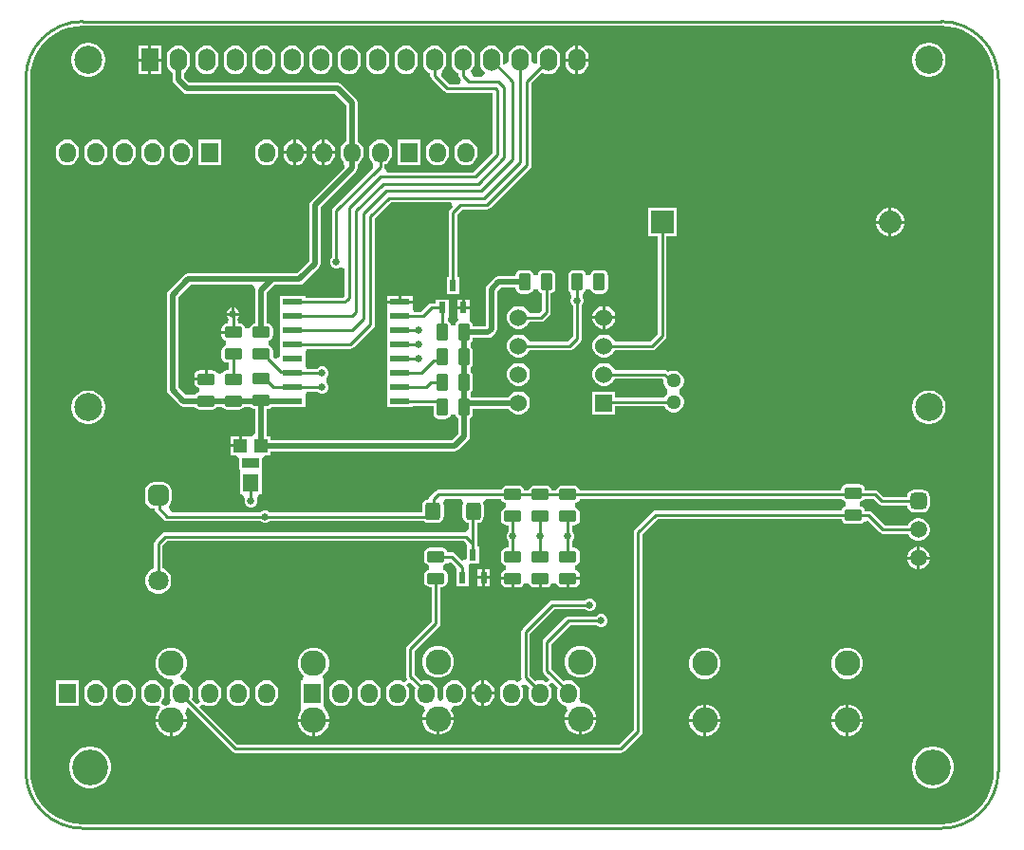
<source format=gtl>
G04*
G04 #@! TF.GenerationSoftware,Altium Limited,Altium Designer,21.3.2 (30)*
G04*
G04 Layer_Physical_Order=1*
G04 Layer_Color=255*
%FSTAX24Y24*%
%MOIN*%
G70*
G04*
G04 #@! TF.SameCoordinates,A58ECD2F-0E49-4CC9-AAE6-1995A15C2F52*
G04*
G04*
G04 #@! TF.FilePolarity,Positive*
G04*
G01*
G75*
%ADD11C,0.0100*%
%ADD20R,0.0710X0.0210*%
G04:AMPARAMS|DCode=21|XSize=63mil|YSize=41.3mil|CornerRadius=10.3mil|HoleSize=0mil|Usage=FLASHONLY|Rotation=0.000|XOffset=0mil|YOffset=0mil|HoleType=Round|Shape=RoundedRectangle|*
%AMROUNDEDRECTD21*
21,1,0.0630,0.0207,0,0,0.0*
21,1,0.0423,0.0413,0,0,0.0*
1,1,0.0207,0.0212,-0.0103*
1,1,0.0207,-0.0212,-0.0103*
1,1,0.0207,-0.0212,0.0103*
1,1,0.0207,0.0212,0.0103*
%
%ADD21ROUNDEDRECTD21*%
%ADD22R,0.0236X0.0394*%
G04:AMPARAMS|DCode=23|XSize=63mil|YSize=41.3mil|CornerRadius=10.3mil|HoleSize=0mil|Usage=FLASHONLY|Rotation=270.000|XOffset=0mil|YOffset=0mil|HoleType=Round|Shape=RoundedRectangle|*
%AMROUNDEDRECTD23*
21,1,0.0630,0.0207,0,0,270.0*
21,1,0.0423,0.0413,0,0,270.0*
1,1,0.0207,-0.0103,-0.0212*
1,1,0.0207,-0.0103,0.0212*
1,1,0.0207,0.0103,0.0212*
1,1,0.0207,0.0103,-0.0212*
%
%ADD23ROUNDEDRECTD23*%
%ADD24R,0.0472X0.0472*%
%ADD25R,0.0551X0.0591*%
G04:AMPARAMS|DCode=26|XSize=55.1mil|YSize=63mil|CornerRadius=13.8mil|HoleSize=0mil|Usage=FLASHONLY|Rotation=180.000|XOffset=0mil|YOffset=0mil|HoleType=Round|Shape=RoundedRectangle|*
%AMROUNDEDRECTD26*
21,1,0.0551,0.0354,0,0,180.0*
21,1,0.0276,0.0630,0,0,180.0*
1,1,0.0276,-0.0138,0.0177*
1,1,0.0276,0.0138,0.0177*
1,1,0.0276,0.0138,-0.0177*
1,1,0.0276,-0.0138,-0.0177*
%
%ADD26ROUNDEDRECTD26*%
%ADD51C,0.0200*%
%ADD52R,0.0600X0.0350*%
%ADD53C,0.0984*%
%ADD54O,0.0600X0.0800*%
%ADD55R,0.0600X0.0800*%
%ADD56O,0.0600X0.0700*%
%ADD57R,0.0600X0.0700*%
%ADD58C,0.0512*%
%ADD59C,0.1260*%
%ADD60C,0.0900*%
G04:AMPARAMS|DCode=61|XSize=70.9mil|YSize=70.9mil|CornerRadius=17.7mil|HoleSize=0mil|Usage=FLASHONLY|Rotation=270.000|XOffset=0mil|YOffset=0mil|HoleType=Round|Shape=RoundedRectangle|*
%AMROUNDEDRECTD61*
21,1,0.0709,0.0354,0,0,270.0*
21,1,0.0354,0.0709,0,0,270.0*
1,1,0.0354,-0.0177,-0.0177*
1,1,0.0354,-0.0177,0.0177*
1,1,0.0354,0.0177,0.0177*
1,1,0.0354,0.0177,-0.0177*
%
%ADD61ROUNDEDRECTD61*%
%ADD62C,0.0709*%
%ADD63R,0.0600X0.0600*%
%ADD64C,0.0600*%
%ADD65C,0.0591*%
G04:AMPARAMS|DCode=66|XSize=59.1mil|YSize=59.1mil|CornerRadius=14.8mil|HoleSize=0mil|Usage=FLASHONLY|Rotation=270.000|XOffset=0mil|YOffset=0mil|HoleType=Round|Shape=RoundedRectangle|*
%AMROUNDEDRECTD66*
21,1,0.0591,0.0295,0,0,270.0*
21,1,0.0295,0.0591,0,0,270.0*
1,1,0.0295,-0.0148,-0.0148*
1,1,0.0295,-0.0148,0.0148*
1,1,0.0295,0.0148,0.0148*
1,1,0.0295,0.0148,-0.0148*
%
%ADD66ROUNDEDRECTD66*%
%ADD67C,0.0800*%
%ADD68R,0.0800X0.0800*%
%ADD69C,0.0250*%
G36*
X067941Y044233D02*
X068179Y044186D01*
X068408Y044108D01*
X068624Y044001D01*
X068826Y043867D01*
X069007Y043707D01*
X069167Y043526D01*
X069301Y043324D01*
X069408Y043108D01*
X069486Y042879D01*
X069533Y042641D01*
X069548Y042407D01*
X069547Y0424D01*
Y01805D01*
X069548Y018043D01*
X069533Y017809D01*
X069486Y017571D01*
X069408Y017342D01*
X069301Y017126D01*
X069167Y016924D01*
X069007Y016743D01*
X068826Y016583D01*
X068624Y016449D01*
X068408Y016342D01*
X068179Y016264D01*
X067941Y016217D01*
X067707Y016202D01*
X0677Y016203D01*
X037545D01*
X037538Y016202D01*
X037304Y016217D01*
X037066Y016264D01*
X036837Y016342D01*
X036621Y016449D01*
X036419Y016583D01*
X036238Y016743D01*
X036078Y016924D01*
X035944Y017126D01*
X035837Y017342D01*
X035759Y017571D01*
X035712Y017809D01*
X035697Y018043D01*
X035698Y01805D01*
Y0424D01*
X035697Y042407D01*
X035712Y042641D01*
X035759Y042879D01*
X035837Y043108D01*
X035944Y043324D01*
X036078Y043526D01*
X036238Y043707D01*
X036419Y043867D01*
X036621Y044001D01*
X036837Y044108D01*
X037066Y044186D01*
X037304Y044233D01*
X037538Y044248D01*
X037545Y044247D01*
X0677D01*
X067707Y044248D01*
X067941Y044233D01*
D02*
G37*
%LPC*%
G36*
X05495Y043547D02*
Y0431D01*
X055303D01*
Y04315D01*
X05529Y043254D01*
X055249Y043352D01*
X055185Y043435D01*
X055102Y043499D01*
X055004Y04354D01*
X05495Y043547D01*
D02*
G37*
G36*
X05485D02*
X054796Y04354D01*
X054698Y043499D01*
X054615Y043435D01*
X054551Y043352D01*
X05451Y043254D01*
X054497Y04315D01*
Y0431D01*
X05485D01*
Y043547D01*
D02*
G37*
G36*
X0403Y04355D02*
X03995D01*
Y0431D01*
X0403D01*
Y04355D01*
D02*
G37*
G36*
X03985D02*
X0395D01*
Y0431D01*
X03985D01*
Y04355D01*
D02*
G37*
G36*
X0539Y043553D02*
X053796Y04354D01*
X053698Y043499D01*
X053615Y043435D01*
X053551Y043352D01*
X05351Y043254D01*
X053497Y04315D01*
Y04295D01*
X053498Y042938D01*
X053485Y042921D01*
X053456Y042903D01*
X053399Y042921D01*
X053303Y042995D01*
Y04315D01*
X05329Y043254D01*
X053249Y043352D01*
X053185Y043435D01*
X053102Y043499D01*
X053004Y04354D01*
X0529Y043553D01*
X052796Y04354D01*
X052698Y043499D01*
X052615Y043435D01*
X052551Y043352D01*
X05251Y043254D01*
X052497Y04315D01*
Y042995D01*
X052401Y042921D01*
X052344Y042903D01*
X052315Y042921D01*
X052302Y042938D01*
X052303Y04295D01*
Y04315D01*
X05229Y043254D01*
X052249Y043352D01*
X052185Y043435D01*
X052102Y043499D01*
X052004Y04354D01*
X0519Y043553D01*
X051796Y04354D01*
X051698Y043499D01*
X051615Y043435D01*
X051551Y043352D01*
X05151Y043254D01*
X051497Y04315D01*
Y04295D01*
X05151Y042846D01*
X051551Y042748D01*
X051615Y042665D01*
X051685Y04261D01*
X051686Y042593D01*
X051581Y042453D01*
X05131D01*
X051245Y042527D01*
X051185Y042665D01*
X051249Y042748D01*
X05129Y042846D01*
X051303Y04295D01*
Y04315D01*
X05129Y043254D01*
X051249Y043352D01*
X051185Y043435D01*
X051102Y043499D01*
X051004Y04354D01*
X0509Y043553D01*
X050796Y04354D01*
X050698Y043499D01*
X050615Y043435D01*
X050551Y043352D01*
X05051Y043254D01*
X050497Y04315D01*
Y04295D01*
X05051Y042846D01*
X050551Y042748D01*
X050615Y042665D01*
X050698Y042601D01*
X050747Y04258D01*
Y0425D01*
X050759Y042441D01*
X050792Y042392D01*
X050835Y042348D01*
X050775Y042203D01*
X050413D01*
X050161Y042455D01*
X050154Y042473D01*
X050179Y04266D01*
X050185Y042665D01*
X050249Y042748D01*
X05029Y042846D01*
X050303Y04295D01*
Y04315D01*
X05029Y043254D01*
X050249Y043352D01*
X050185Y043435D01*
X050102Y043499D01*
X050004Y04354D01*
X0499Y043553D01*
X049796Y04354D01*
X049698Y043499D01*
X049615Y043435D01*
X049551Y043352D01*
X04951Y043254D01*
X049497Y04315D01*
Y04295D01*
X04951Y042846D01*
X049551Y042748D01*
X049615Y042665D01*
X049698Y042601D01*
X049747Y04258D01*
Y0425D01*
X049759Y042441D01*
X049792Y042392D01*
X050242Y041942D01*
X050291Y041909D01*
X05035Y041897D01*
X051947D01*
Y039774D01*
X051276Y039103D01*
X048237D01*
X048157Y039218D01*
X048145Y03926D01*
X048153Y0393D01*
Y03938D01*
X048202Y039401D01*
X048285Y039465D01*
X048349Y039548D01*
X04839Y039646D01*
X048403Y03975D01*
Y03985D01*
X04839Y039954D01*
X048349Y040052D01*
X048285Y040135D01*
X048202Y040199D01*
X048104Y04024D01*
X048Y040253D01*
X047896Y04024D01*
X047798Y040199D01*
X047715Y040135D01*
X047651Y040052D01*
X04761Y039954D01*
X047597Y03985D01*
Y03975D01*
X04761Y039646D01*
X047651Y039548D01*
X047715Y039465D01*
X047721Y03946D01*
X04774Y039424D01*
X047744Y039274D01*
X047737Y039256D01*
X046342Y037862D01*
X046309Y037812D01*
X046297Y037754D01*
Y036115D01*
X046259Y036077D01*
X046225Y035995D01*
Y035905D01*
X046259Y035823D01*
X046323Y035759D01*
X046405Y035725D01*
X046495D01*
X046577Y035759D01*
X04659Y035771D01*
X046747Y035706D01*
Y034757D01*
X046746Y034756D01*
X046727Y034743D01*
X046687Y034703D01*
X045375D01*
Y034755D01*
X044465D01*
Y034345D01*
X044465D01*
Y034255D01*
X044465D01*
Y033845D01*
X044465D01*
Y033755D01*
X044465D01*
Y033345D01*
X044465D01*
Y033255D01*
X044465D01*
Y032912D01*
X044465Y032755D01*
X044465Y032688D01*
Y03262D01*
X044353Y032562D01*
X044313Y032554D01*
X044233Y032627D01*
Y032823D01*
X044217Y032902D01*
X044172Y03297D01*
X044105Y033015D01*
X044061Y033023D01*
Y033184D01*
X044105Y033193D01*
X044172Y033238D01*
X044217Y033305D01*
X044233Y033384D01*
Y033591D01*
X044217Y03367D01*
X044172Y033737D01*
X044105Y033782D01*
X044026Y033798D01*
X044018D01*
Y03488D01*
X044284Y035146D01*
X04515D01*
X045228Y035162D01*
X045294Y035206D01*
X045844Y035756D01*
X045844Y035756D01*
X045888Y035822D01*
X045904Y0359D01*
Y037866D01*
X047144Y039106D01*
X047188Y039172D01*
X047204Y03925D01*
X047204Y03925D01*
Y039402D01*
X047285Y039465D01*
X047349Y039548D01*
X04739Y039646D01*
X047403Y03975D01*
Y03985D01*
X04739Y039954D01*
X047349Y040052D01*
X047285Y040135D01*
X047204Y040198D01*
Y04155D01*
X047188Y041628D01*
X047144Y041694D01*
X046644Y042194D01*
X046578Y042238D01*
X0465Y042254D01*
X041284D01*
X041104Y042434D01*
Y042602D01*
X041185Y042665D01*
X041249Y042748D01*
X04129Y042846D01*
X041303Y04295D01*
Y04315D01*
X04129Y043254D01*
X041249Y043352D01*
X041185Y043435D01*
X041102Y043499D01*
X041004Y04354D01*
X0409Y043553D01*
X040796Y04354D01*
X040698Y043499D01*
X040615Y043435D01*
X040551Y043352D01*
X04051Y043254D01*
X040497Y04315D01*
Y04295D01*
X04051Y042846D01*
X040551Y042748D01*
X040615Y042665D01*
X040696Y042602D01*
Y04235D01*
X040712Y042272D01*
X040756Y042206D01*
X041056Y041906D01*
X041122Y041862D01*
X0412Y041846D01*
X046416D01*
X046796Y041466D01*
Y040198D01*
X046715Y040135D01*
X046651Y040052D01*
X04661Y039954D01*
X046597Y03985D01*
Y03975D01*
X04661Y039646D01*
X046651Y039548D01*
X046715Y039465D01*
X04672Y039461D01*
X046731Y039269D01*
X045556Y038094D01*
X045512Y038028D01*
X045496Y03795D01*
Y035984D01*
X045066Y035554D01*
X04125D01*
X041172Y035538D01*
X041106Y035494D01*
X041106Y035494D01*
X040556Y034944D01*
X040512Y034878D01*
X040496Y0348D01*
Y03145D01*
X040512Y031372D01*
X040556Y031306D01*
X040936Y030926D01*
X041002Y030881D01*
X04108Y030866D01*
X041487D01*
X041518Y03082D01*
X041585Y030775D01*
X041664Y030759D01*
X042088D01*
X042167Y030775D01*
X042234Y03082D01*
X042255Y030851D01*
X042447D01*
X042468Y03082D01*
X042535Y030775D01*
X042614Y030759D01*
X043038D01*
X043117Y030775D01*
X043184Y03082D01*
X043205Y030851D01*
X043446D01*
X043456Y030836D01*
X043523Y030791D01*
X043603Y030775D01*
X04361D01*
Y029946D01*
X043499Y029835D01*
X04332Y029835D01*
X043136D01*
Y029499D01*
X043086D01*
Y029449D01*
X04275D01*
Y029163D01*
X042921D01*
X04294Y029152D01*
X043047Y02905D01*
X043047Y029005D01*
Y028731D01*
X043047Y0287D01*
X043056Y028652D01*
X043074Y028509D01*
X043074Y027794D01*
X043154D01*
X043188Y027756D01*
X043243Y027637D01*
X043225Y027595D01*
Y027505D01*
X043259Y027423D01*
X043323Y027359D01*
X043405Y027325D01*
X043495D01*
X043577Y027359D01*
X043641Y027423D01*
X043675Y027505D01*
Y027595D01*
X043657Y027637D01*
X043712Y027756D01*
X043746Y027794D01*
X043826D01*
X043826Y028509D01*
X043842Y028644D01*
X043851Y0287D01*
X043851Y028732D01*
Y029005D01*
X043851Y02905D01*
X043959Y029152D01*
X043977Y029163D01*
X04415D01*
Y029295D01*
X050599D01*
X050677Y02931D01*
X050743Y029355D01*
X051082Y029694D01*
X051127Y02976D01*
X051142Y029838D01*
X051142Y029838D01*
Y030463D01*
X051188Y030494D01*
X051233Y030561D01*
X051249Y030641D01*
Y030796D01*
X052506D01*
X05253Y030754D01*
X052604Y03068D01*
X052696Y030627D01*
X052797Y0306D01*
X052903D01*
X053004Y030627D01*
X053096Y03068D01*
X05317Y030754D01*
X053223Y030846D01*
X05325Y030947D01*
Y031053D01*
X053223Y031154D01*
X05317Y031246D01*
X053096Y03132D01*
X053004Y031373D01*
X052903Y0314D01*
X052797D01*
X052696Y031373D01*
X052604Y03132D01*
X05253Y031246D01*
X052506Y031204D01*
X051192D01*
X051188Y03121D01*
Y031372D01*
X051233Y03144D01*
X051249Y031519D01*
Y031942D01*
X051233Y032022D01*
X051188Y032089D01*
Y032251D01*
X051233Y032318D01*
X051249Y032397D01*
Y032821D01*
X051233Y0329D01*
X051188Y032967D01*
Y033129D01*
X051233Y033197D01*
X051249Y033276D01*
Y033284D01*
X051783D01*
X051861Y033299D01*
X051927Y033343D01*
X052044Y03346D01*
X052044Y03346D01*
X052088Y033527D01*
X052104Y033605D01*
Y034916D01*
X052234Y035046D01*
X052755D01*
Y035038D01*
X052771Y034959D01*
X052816Y034892D01*
X052883Y034847D01*
X052963Y034831D01*
X053169D01*
X053249Y034847D01*
X053316Y034892D01*
X053361Y034959D01*
X05337Y035003D01*
X05353D01*
X053539Y034959D01*
X053584Y034892D01*
X053651Y034847D01*
X053681Y034841D01*
Y034247D01*
X053587Y034153D01*
X053223D01*
X053223Y034154D01*
X05317Y034246D01*
X053096Y03432D01*
X053004Y034373D01*
X052903Y0344D01*
X052797D01*
X052696Y034373D01*
X052604Y03432D01*
X05253Y034246D01*
X052477Y034154D01*
X05245Y034053D01*
Y033947D01*
X052477Y033846D01*
X05253Y033754D01*
X052604Y03368D01*
X052696Y033627D01*
X052797Y0336D01*
X052903D01*
X053004Y033627D01*
X053096Y03368D01*
X05317Y033754D01*
X053223Y033846D01*
X053223Y033847D01*
X05365D01*
X053709Y033859D01*
X053758Y033892D01*
X053942Y034076D01*
X053975Y034125D01*
X053987Y034184D01*
Y034841D01*
X054017Y034847D01*
X054084Y034892D01*
X054129Y034959D01*
X054145Y035038D01*
Y035462D01*
X054129Y035541D01*
X054084Y035608D01*
X054017Y035653D01*
X053937Y035669D01*
X053731D01*
X053651Y035653D01*
X053584Y035608D01*
X053539Y035541D01*
X05353Y035497D01*
X05337D01*
X053361Y035541D01*
X053316Y035608D01*
X053249Y035653D01*
X053169Y035669D01*
X052963D01*
X052883Y035653D01*
X052816Y035608D01*
X052771Y035541D01*
X052755Y035462D01*
Y035454D01*
X05215D01*
X052072Y035438D01*
X052006Y035394D01*
X051756Y035144D01*
X051712Y035078D01*
X051696Y035D01*
Y033691D01*
X051249D01*
Y033699D01*
X051233Y033778D01*
X051188Y033846D01*
X051127Y033887D01*
X051123Y033908D01*
X051137Y034044D01*
X051137D01*
Y034291D01*
X050918D01*
X0507D01*
Y034044D01*
X050714D01*
X050752Y033898D01*
X050749Y033887D01*
X050688Y033846D01*
X050643Y033778D01*
X050635Y033735D01*
X050474D01*
X050465Y033778D01*
X05042Y033846D01*
X050359Y033887D01*
X050357Y033898D01*
X050389Y034044D01*
X050389D01*
Y034638D01*
X049952D01*
Y034494D01*
X049791D01*
X049732Y034482D01*
X049683Y034449D01*
X049437Y034203D01*
X049172D01*
X049135Y034345D01*
X049135Y034412D01*
Y0345D01*
X04868D01*
X048225D01*
Y034412D01*
X048225Y034255D01*
X048225Y034188D01*
Y033912D01*
X048225Y033755D01*
X048225Y033688D01*
Y033412D01*
X048225Y033255D01*
X048225Y033188D01*
Y032912D01*
X048225Y032755D01*
X048225Y032688D01*
Y032412D01*
X048225Y032255D01*
X048225Y032188D01*
Y031912D01*
X048225Y031755D01*
X048225Y031688D01*
Y031412D01*
X048225Y031255D01*
X048225Y031188D01*
Y030845D01*
X049135D01*
Y030897D01*
X04986D01*
Y030641D01*
X049876Y030561D01*
X049921Y030494D01*
X049988Y030449D01*
X050067Y030433D01*
X050274D01*
X050353Y030449D01*
X05042Y030494D01*
X050465Y030561D01*
X050474Y030605D01*
X050635D01*
X050643Y030561D01*
X050688Y030494D01*
X050734Y030463D01*
Y029923D01*
X050514Y029703D01*
X04415D01*
Y029835D01*
X044018D01*
Y030775D01*
X044026D01*
X044105Y030791D01*
X044172Y030836D01*
X044183Y030851D01*
X044465D01*
Y030845D01*
X045375D01*
Y031188D01*
X045375Y031255D01*
X045412Y031397D01*
X045785D01*
X045823Y031359D01*
X045905Y031325D01*
X045995D01*
X046077Y031359D01*
X046141Y031423D01*
X046175Y031505D01*
Y031595D01*
X046141Y031677D01*
X046114Y031704D01*
X046091Y0318D01*
X046114Y031896D01*
X046141Y031923D01*
X046175Y032005D01*
Y032095D01*
X046141Y032177D01*
X046077Y032241D01*
X045995Y032275D01*
X045905D01*
X045823Y032241D01*
X045785Y032203D01*
X045412D01*
X045375Y032345D01*
X045375Y032345D01*
X045375D01*
X045375Y032345D01*
Y032688D01*
X045375Y032755D01*
X045412Y032897D01*
X04695D01*
X047009Y032909D01*
X047058Y032942D01*
X047758Y033642D01*
X047791Y033691D01*
X047803Y03375D01*
Y037476D01*
X048374Y038047D01*
X050475D01*
X050535Y037902D01*
X050436Y037803D01*
X050403Y037753D01*
X050392Y037694D01*
Y035425D01*
X050326D01*
Y034831D01*
X050763D01*
Y035425D01*
X050697D01*
Y037631D01*
X050863Y037797D01*
X051754D01*
X051812Y037809D01*
X051862Y037842D01*
X053258Y039238D01*
X053291Y039288D01*
X053303Y039346D01*
Y042237D01*
X053681Y042614D01*
X053698Y042601D01*
X053796Y04256D01*
X0539Y042547D01*
X054004Y04256D01*
X054102Y042601D01*
X054185Y042665D01*
X054249Y042748D01*
X05429Y042846D01*
X054303Y04295D01*
Y04315D01*
X05429Y043254D01*
X054249Y043352D01*
X054185Y043435D01*
X054102Y043499D01*
X054004Y04354D01*
X0539Y043553D01*
D02*
G37*
G36*
X055303Y043D02*
X05495D01*
Y042553D01*
X055004Y04256D01*
X055102Y042601D01*
X055185Y042665D01*
X055249Y042748D01*
X05529Y042846D01*
X055303Y04295D01*
Y043D01*
D02*
G37*
G36*
X05485D02*
X054497D01*
Y04295D01*
X05451Y042846D01*
X054551Y042748D01*
X054615Y042665D01*
X054698Y042601D01*
X054796Y04256D01*
X05485Y042553D01*
Y043D01*
D02*
G37*
G36*
X0403D02*
X03995D01*
Y04255D01*
X0403D01*
Y043D01*
D02*
G37*
G36*
X03985D02*
X0395D01*
Y04255D01*
X03985D01*
Y043D01*
D02*
G37*
G36*
X0489Y043553D02*
X048796Y04354D01*
X048698Y043499D01*
X048615Y043435D01*
X048551Y043352D01*
X04851Y043254D01*
X048497Y04315D01*
Y04295D01*
X04851Y042846D01*
X048551Y042748D01*
X048615Y042665D01*
X048698Y042601D01*
X048796Y04256D01*
X0489Y042547D01*
X049004Y04256D01*
X049102Y042601D01*
X049185Y042665D01*
X049249Y042748D01*
X04929Y042846D01*
X049303Y04295D01*
Y04315D01*
X04929Y043254D01*
X049249Y043352D01*
X049185Y043435D01*
X049102Y043499D01*
X049004Y04354D01*
X0489Y043553D01*
D02*
G37*
G36*
X0479D02*
X047796Y04354D01*
X047698Y043499D01*
X047615Y043435D01*
X047551Y043352D01*
X04751Y043254D01*
X047497Y04315D01*
Y04295D01*
X04751Y042846D01*
X047551Y042748D01*
X047615Y042665D01*
X047698Y042601D01*
X047796Y04256D01*
X0479Y042547D01*
X048004Y04256D01*
X048102Y042601D01*
X048185Y042665D01*
X048249Y042748D01*
X04829Y042846D01*
X048303Y04295D01*
Y04315D01*
X04829Y043254D01*
X048249Y043352D01*
X048185Y043435D01*
X048102Y043499D01*
X048004Y04354D01*
X0479Y043553D01*
D02*
G37*
G36*
X0469D02*
X046796Y04354D01*
X046698Y043499D01*
X046615Y043435D01*
X046551Y043352D01*
X04651Y043254D01*
X046497Y04315D01*
Y04295D01*
X04651Y042846D01*
X046551Y042748D01*
X046615Y042665D01*
X046698Y042601D01*
X046796Y04256D01*
X0469Y042547D01*
X047004Y04256D01*
X047102Y042601D01*
X047185Y042665D01*
X047249Y042748D01*
X04729Y042846D01*
X047303Y04295D01*
Y04315D01*
X04729Y043254D01*
X047249Y043352D01*
X047185Y043435D01*
X047102Y043499D01*
X047004Y04354D01*
X0469Y043553D01*
D02*
G37*
G36*
X0459D02*
X045796Y04354D01*
X045698Y043499D01*
X045615Y043435D01*
X045551Y043352D01*
X04551Y043254D01*
X045497Y04315D01*
Y04295D01*
X04551Y042846D01*
X045551Y042748D01*
X045615Y042665D01*
X045698Y042601D01*
X045796Y04256D01*
X0459Y042547D01*
X046004Y04256D01*
X046102Y042601D01*
X046185Y042665D01*
X046249Y042748D01*
X04629Y042846D01*
X046303Y04295D01*
Y04315D01*
X04629Y043254D01*
X046249Y043352D01*
X046185Y043435D01*
X046102Y043499D01*
X046004Y04354D01*
X0459Y043553D01*
D02*
G37*
G36*
X0449D02*
X044796Y04354D01*
X044698Y043499D01*
X044615Y043435D01*
X044551Y043352D01*
X04451Y043254D01*
X044497Y04315D01*
Y04295D01*
X04451Y042846D01*
X044551Y042748D01*
X044615Y042665D01*
X044698Y042601D01*
X044796Y04256D01*
X0449Y042547D01*
X045004Y04256D01*
X045102Y042601D01*
X045185Y042665D01*
X045249Y042748D01*
X04529Y042846D01*
X045303Y04295D01*
Y04315D01*
X04529Y043254D01*
X045249Y043352D01*
X045185Y043435D01*
X045102Y043499D01*
X045004Y04354D01*
X0449Y043553D01*
D02*
G37*
G36*
X0439D02*
X043796Y04354D01*
X043698Y043499D01*
X043615Y043435D01*
X043551Y043352D01*
X04351Y043254D01*
X043497Y04315D01*
Y04295D01*
X04351Y042846D01*
X043551Y042748D01*
X043615Y042665D01*
X043698Y042601D01*
X043796Y04256D01*
X0439Y042547D01*
X044004Y04256D01*
X044102Y042601D01*
X044185Y042665D01*
X044249Y042748D01*
X04429Y042846D01*
X044303Y04295D01*
Y04315D01*
X04429Y043254D01*
X044249Y043352D01*
X044185Y043435D01*
X044102Y043499D01*
X044004Y04354D01*
X0439Y043553D01*
D02*
G37*
G36*
X0429D02*
X042796Y04354D01*
X042698Y043499D01*
X042615Y043435D01*
X042551Y043352D01*
X04251Y043254D01*
X042497Y04315D01*
Y04295D01*
X04251Y042846D01*
X042551Y042748D01*
X042615Y042665D01*
X042698Y042601D01*
X042796Y04256D01*
X0429Y042547D01*
X043004Y04256D01*
X043102Y042601D01*
X043185Y042665D01*
X043249Y042748D01*
X04329Y042846D01*
X043303Y04295D01*
Y04315D01*
X04329Y043254D01*
X043249Y043352D01*
X043185Y043435D01*
X043102Y043499D01*
X043004Y04354D01*
X0429Y043553D01*
D02*
G37*
G36*
X0419D02*
X041796Y04354D01*
X041698Y043499D01*
X041615Y043435D01*
X041551Y043352D01*
X04151Y043254D01*
X041497Y04315D01*
Y04295D01*
X04151Y042846D01*
X041551Y042748D01*
X041615Y042665D01*
X041698Y042601D01*
X041796Y04256D01*
X0419Y042547D01*
X042004Y04256D01*
X042102Y042601D01*
X042185Y042665D01*
X042249Y042748D01*
X04229Y042846D01*
X042303Y04295D01*
Y04315D01*
X04229Y043254D01*
X042249Y043352D01*
X042185Y043435D01*
X042102Y043499D01*
X042004Y04354D01*
X0419Y043553D01*
D02*
G37*
G36*
X067321Y043642D02*
X067204D01*
X067089Y043619D01*
X066982Y043575D01*
X066885Y04351D01*
X066802Y043427D01*
X066737Y04333D01*
X066693Y043223D01*
X06667Y043108D01*
Y042992D01*
X066693Y042877D01*
X066737Y04277D01*
X066802Y042673D01*
X066885Y04259D01*
X066982Y042525D01*
X067089Y042481D01*
X067204Y042458D01*
X067321D01*
X067435Y042481D01*
X067543Y042525D01*
X06764Y04259D01*
X067722Y042673D01*
X067787Y04277D01*
X067832Y042877D01*
X067854Y042992D01*
Y043108D01*
X067832Y043223D01*
X067787Y04333D01*
X067722Y043427D01*
X06764Y04351D01*
X067543Y043575D01*
X067435Y043619D01*
X067321Y043642D01*
D02*
G37*
G36*
X037793D02*
X037676D01*
X037562Y043619D01*
X037454Y043575D01*
X037357Y04351D01*
X037275Y043427D01*
X03721Y04333D01*
X037165Y043223D01*
X037143Y043108D01*
Y042992D01*
X037165Y042877D01*
X03721Y04277D01*
X037275Y042673D01*
X037357Y04259D01*
X037454Y042525D01*
X037562Y042481D01*
X037676Y042458D01*
X037793D01*
X037907Y042481D01*
X038015Y042525D01*
X038112Y04259D01*
X038195Y042673D01*
X038259Y04277D01*
X038304Y042877D01*
X038327Y042992D01*
Y043108D01*
X038304Y043223D01*
X038259Y04333D01*
X038195Y043427D01*
X038112Y04351D01*
X038015Y043575D01*
X037907Y043619D01*
X037793Y043642D01*
D02*
G37*
G36*
X04605Y040247D02*
Y03985D01*
X046403D01*
X04639Y039954D01*
X046349Y040052D01*
X046285Y040135D01*
X046202Y040199D01*
X046104Y04024D01*
X04605Y040247D01*
D02*
G37*
G36*
X04505D02*
Y03985D01*
X045403D01*
X04539Y039954D01*
X045349Y040052D01*
X045285Y040135D01*
X045202Y040199D01*
X045104Y04024D01*
X04505Y040247D01*
D02*
G37*
G36*
X04595D02*
X045896Y04024D01*
X045798Y040199D01*
X045715Y040135D01*
X045651Y040052D01*
X04561Y039954D01*
X045597Y03985D01*
D01*
X04595D01*
Y040247D01*
D02*
G37*
G36*
X04495D02*
X044896Y04024D01*
X044798Y040199D01*
X044715Y040135D01*
X044651Y040052D01*
X04461Y039954D01*
X044597Y03985D01*
D01*
X04495D01*
Y040247D01*
D02*
G37*
G36*
X046403Y03975D02*
X04605D01*
Y039353D01*
X046104Y03936D01*
X046202Y039401D01*
X046285Y039465D01*
X046349Y039548D01*
X04639Y039646D01*
X046403Y03975D01*
D01*
D02*
G37*
G36*
X045403D02*
X04505D01*
Y039353D01*
X045104Y03936D01*
X045202Y039401D01*
X045285Y039465D01*
X045349Y039548D01*
X04539Y039646D01*
X045403Y03975D01*
D01*
D02*
G37*
G36*
X04595D02*
X045597D01*
X04561Y039646D01*
X045651Y039548D01*
X045715Y039465D01*
X045798Y039401D01*
X045896Y03936D01*
X04595Y039353D01*
Y03975D01*
D02*
G37*
G36*
X04495D02*
X044597D01*
X04461Y039646D01*
X044651Y039548D01*
X044715Y039465D01*
X044798Y039401D01*
X044896Y03936D01*
X04495Y039353D01*
Y03975D01*
D02*
G37*
G36*
X0494Y04025D02*
X0486D01*
Y03935D01*
X0494D01*
Y04025D01*
D02*
G37*
G36*
X0424D02*
X0416D01*
Y03935D01*
X0424D01*
Y04025D01*
D02*
G37*
G36*
X051Y040253D02*
X050896Y04024D01*
X050798Y040199D01*
X050715Y040135D01*
X050651Y040052D01*
X05061Y039954D01*
X050597Y03985D01*
Y03975D01*
X05061Y039646D01*
X050651Y039548D01*
X050715Y039465D01*
X050798Y039401D01*
X050896Y03936D01*
X051Y039347D01*
X051104Y03936D01*
X051202Y039401D01*
X051285Y039465D01*
X051349Y039548D01*
X05139Y039646D01*
X051403Y03975D01*
Y03985D01*
X05139Y039954D01*
X051349Y040052D01*
X051285Y040135D01*
X051202Y040199D01*
X051104Y04024D01*
X051Y040253D01*
D02*
G37*
G36*
X05D02*
X049896Y04024D01*
X049798Y040199D01*
X049715Y040135D01*
X049651Y040052D01*
X04961Y039954D01*
X049597Y03985D01*
Y03975D01*
X04961Y039646D01*
X049651Y039548D01*
X049715Y039465D01*
X049798Y039401D01*
X049896Y03936D01*
X05Y039347D01*
X050104Y03936D01*
X050202Y039401D01*
X050285Y039465D01*
X050349Y039548D01*
X05039Y039646D01*
X050403Y03975D01*
Y03985D01*
X05039Y039954D01*
X050349Y040052D01*
X050285Y040135D01*
X050202Y040199D01*
X050104Y04024D01*
X05Y040253D01*
D02*
G37*
G36*
X044D02*
X043896Y04024D01*
X043798Y040199D01*
X043715Y040135D01*
X043651Y040052D01*
X04361Y039954D01*
X043597Y03985D01*
Y03975D01*
X04361Y039646D01*
X043651Y039548D01*
X043715Y039465D01*
X043798Y039401D01*
X043896Y03936D01*
X044Y039347D01*
X044104Y03936D01*
X044202Y039401D01*
X044285Y039465D01*
X044349Y039548D01*
X04439Y039646D01*
X044403Y03975D01*
Y03985D01*
X04439Y039954D01*
X044349Y040052D01*
X044285Y040135D01*
X044202Y040199D01*
X044104Y04024D01*
X044Y040253D01*
D02*
G37*
G36*
X041D02*
X040896Y04024D01*
X040798Y040199D01*
X040715Y040135D01*
X040651Y040052D01*
X04061Y039954D01*
X040597Y03985D01*
Y03975D01*
X04061Y039646D01*
X040651Y039548D01*
X040715Y039465D01*
X040798Y039401D01*
X040896Y03936D01*
X041Y039347D01*
X041104Y03936D01*
X041202Y039401D01*
X041285Y039465D01*
X041349Y039548D01*
X04139Y039646D01*
X041403Y03975D01*
Y03985D01*
X04139Y039954D01*
X041349Y040052D01*
X041285Y040135D01*
X041202Y040199D01*
X041104Y04024D01*
X041Y040253D01*
D02*
G37*
G36*
X04D02*
X039896Y04024D01*
X039798Y040199D01*
X039715Y040135D01*
X039651Y040052D01*
X03961Y039954D01*
X039597Y03985D01*
Y03975D01*
X03961Y039646D01*
X039651Y039548D01*
X039715Y039465D01*
X039798Y039401D01*
X039896Y03936D01*
X04Y039347D01*
X040104Y03936D01*
X040202Y039401D01*
X040285Y039465D01*
X040349Y039548D01*
X04039Y039646D01*
X040403Y03975D01*
Y03985D01*
X04039Y039954D01*
X040349Y040052D01*
X040285Y040135D01*
X040202Y040199D01*
X040104Y04024D01*
X04Y040253D01*
D02*
G37*
G36*
X039D02*
X038896Y04024D01*
X038798Y040199D01*
X038715Y040135D01*
X038651Y040052D01*
X03861Y039954D01*
X038597Y03985D01*
Y03975D01*
X03861Y039646D01*
X038651Y039548D01*
X038715Y039465D01*
X038798Y039401D01*
X038896Y03936D01*
X039Y039347D01*
X039104Y03936D01*
X039202Y039401D01*
X039285Y039465D01*
X039349Y039548D01*
X03939Y039646D01*
X039403Y03975D01*
Y03985D01*
X03939Y039954D01*
X039349Y040052D01*
X039285Y040135D01*
X039202Y040199D01*
X039104Y04024D01*
X039Y040253D01*
D02*
G37*
G36*
X038D02*
X037896Y04024D01*
X037798Y040199D01*
X037715Y040135D01*
X037651Y040052D01*
X03761Y039954D01*
X037597Y03985D01*
Y03975D01*
X03761Y039646D01*
X037651Y039548D01*
X037715Y039465D01*
X037798Y039401D01*
X037896Y03936D01*
X038Y039347D01*
X038104Y03936D01*
X038202Y039401D01*
X038285Y039465D01*
X038349Y039548D01*
X03839Y039646D01*
X038403Y03975D01*
Y03985D01*
X03839Y039954D01*
X038349Y040052D01*
X038285Y040135D01*
X038202Y040199D01*
X038104Y04024D01*
X038Y040253D01*
D02*
G37*
G36*
X037D02*
X036896Y04024D01*
X036798Y040199D01*
X036715Y040135D01*
X036651Y040052D01*
X03661Y039954D01*
X036597Y03985D01*
Y03975D01*
X03661Y039646D01*
X036651Y039548D01*
X036715Y039465D01*
X036798Y039401D01*
X036896Y03936D01*
X037Y039347D01*
X037104Y03936D01*
X037202Y039401D01*
X037285Y039465D01*
X037349Y039548D01*
X03739Y039646D01*
X037403Y03975D01*
Y03985D01*
X03739Y039954D01*
X037349Y040052D01*
X037285Y040135D01*
X037202Y040199D01*
X037104Y04024D01*
X037Y040253D01*
D02*
G37*
G36*
X065966Y03785D02*
X06595D01*
Y0374D01*
X0664D01*
Y037416D01*
X066366Y037543D01*
X0663Y037657D01*
X066207Y03775D01*
X066093Y037816D01*
X065966Y03785D01*
D02*
G37*
G36*
X06585D02*
X065834D01*
X065707Y037816D01*
X065593Y03775D01*
X0655Y037657D01*
X065434Y037543D01*
X0654Y037416D01*
Y0374D01*
X06585D01*
Y03785D01*
D02*
G37*
G36*
X0664Y0373D02*
X06595D01*
Y03685D01*
X065966D01*
X066093Y036884D01*
X066207Y03695D01*
X0663Y037043D01*
X066366Y037157D01*
X0664Y037284D01*
Y0373D01*
D02*
G37*
G36*
X06585D02*
X0654D01*
Y037284D01*
X065434Y037157D01*
X0655Y037043D01*
X065593Y03695D01*
X065707Y036884D01*
X065834Y03685D01*
X06585D01*
Y0373D01*
D02*
G37*
G36*
X055787Y035669D02*
X055581D01*
X055501Y035653D01*
X055434Y035608D01*
X055389Y035541D01*
X05538Y035497D01*
X05522D01*
X055211Y035541D01*
X055166Y035608D01*
X055099Y035653D01*
X055019Y035669D01*
X054813D01*
X054733Y035653D01*
X054666Y035608D01*
X054621Y035541D01*
X054605Y035462D01*
Y035038D01*
X054621Y034959D01*
X054666Y034892D01*
X054707Y034738D01*
X054696Y034697D01*
X054675Y034645D01*
Y034555D01*
X054709Y034473D01*
X054763Y034419D01*
Y033329D01*
X054587Y033153D01*
X053223D01*
X053223Y033154D01*
X05317Y033246D01*
X053096Y03332D01*
X053004Y033373D01*
X052903Y0334D01*
X052797D01*
X052696Y033373D01*
X052604Y03332D01*
X05253Y033246D01*
X052477Y033154D01*
X05245Y033053D01*
Y032947D01*
X052477Y032846D01*
X05253Y032754D01*
X052604Y03268D01*
X052696Y032627D01*
X052797Y0326D01*
X052903D01*
X053004Y032627D01*
X053096Y03268D01*
X05317Y032754D01*
X053223Y032846D01*
X053223Y032847D01*
X05465D01*
X054709Y032859D01*
X054758Y032892D01*
X055024Y033158D01*
X055057Y033208D01*
X055069Y033266D01*
Y034451D01*
X055091Y034473D01*
X055125Y034555D01*
Y034645D01*
X055107Y034688D01*
X055103Y034761D01*
X055147Y034879D01*
X055166Y034892D01*
X055211Y034959D01*
X05522Y035003D01*
X05538D01*
X055389Y034959D01*
X055434Y034892D01*
X055501Y034847D01*
X055581Y034831D01*
X055787D01*
X055867Y034847D01*
X055934Y034892D01*
X055979Y034959D01*
X055995Y035038D01*
Y035462D01*
X055979Y035541D01*
X055934Y035608D01*
X055867Y035653D01*
X055787Y035669D01*
D02*
G37*
G36*
X049135Y034755D02*
X04873D01*
Y0346D01*
X049135D01*
Y034755D01*
D02*
G37*
G36*
X04863D02*
X048225D01*
Y0346D01*
X04863D01*
Y034755D01*
D02*
G37*
G36*
X051137Y034638D02*
X050968D01*
Y034391D01*
X051137D01*
Y034638D01*
D02*
G37*
G36*
X050869D02*
X0507D01*
Y034391D01*
X050869D01*
Y034638D01*
D02*
G37*
G36*
X055903Y0344D02*
X0559D01*
Y03405D01*
X05625D01*
Y034053D01*
X056223Y034154D01*
X05617Y034246D01*
X056096Y03432D01*
X056004Y034373D01*
X055903Y0344D01*
D02*
G37*
G36*
X0558D02*
X055797D01*
X055696Y034373D01*
X055604Y03432D01*
X05553Y034246D01*
X055477Y034154D01*
X05545Y034053D01*
Y03405D01*
X0558D01*
Y0344D01*
D02*
G37*
G36*
X05625Y03395D02*
X0559D01*
Y0336D01*
X055903D01*
X056004Y033627D01*
X056096Y03368D01*
X05617Y033754D01*
X056223Y033846D01*
X05625Y033947D01*
Y03395D01*
D02*
G37*
G36*
X0558D02*
X05545D01*
Y033947D01*
X055477Y033846D01*
X05553Y033754D01*
X055604Y03368D01*
X055696Y033627D01*
X055797Y0336D01*
X0558D01*
Y03395D01*
D02*
G37*
G36*
X0584Y03785D02*
X0574D01*
Y03685D01*
X057747D01*
Y033413D01*
X057487Y033153D01*
X056223D01*
X056223Y033154D01*
X05617Y033246D01*
X056096Y03332D01*
X056004Y033373D01*
X055903Y0334D01*
X055797D01*
X055696Y033373D01*
X055604Y03332D01*
X05553Y033246D01*
X055477Y033154D01*
X05545Y033053D01*
Y032947D01*
X055477Y032846D01*
X05553Y032754D01*
X055604Y03268D01*
X055696Y032627D01*
X055797Y0326D01*
X055903D01*
X056004Y032627D01*
X056096Y03268D01*
X05617Y032754D01*
X056223Y032846D01*
X056223Y032847D01*
X05755D01*
X057609Y032859D01*
X057658Y032892D01*
X058008Y033242D01*
X058041Y033291D01*
X058053Y03335D01*
Y03685D01*
X0584D01*
Y03785D01*
D02*
G37*
G36*
X052903Y0324D02*
X052797D01*
X052696Y032373D01*
X052604Y03232D01*
X05253Y032246D01*
X052477Y032154D01*
X05245Y032053D01*
Y031947D01*
X052477Y031846D01*
X05253Y031754D01*
X052604Y03168D01*
X052696Y031627D01*
X052797Y0316D01*
X052903D01*
X053004Y031627D01*
X053096Y03168D01*
X05317Y031754D01*
X053223Y031846D01*
X05325Y031947D01*
Y032053D01*
X053223Y032154D01*
X05317Y032246D01*
X053096Y03232D01*
X053004Y032373D01*
X052903Y0324D01*
D02*
G37*
G36*
X055903D02*
X055797D01*
X055696Y032373D01*
X055604Y03232D01*
X05553Y032246D01*
X055477Y032154D01*
X05545Y032053D01*
Y031947D01*
X055477Y031846D01*
X05553Y031754D01*
X055604Y03168D01*
X055696Y031627D01*
X055797Y0316D01*
X055903D01*
X056004Y031627D01*
X056096Y03168D01*
X05617Y031754D01*
X056223Y031846D01*
X056223Y031847D01*
X0579D01*
X057944Y031803D01*
Y031728D01*
X057968Y031638D01*
X058015Y031556D01*
X058081Y03149D01*
X058081Y03131D01*
X058015Y031244D01*
X057977Y031178D01*
X05625D01*
Y0314D01*
X05545D01*
Y0306D01*
X05625D01*
Y030872D01*
X057977D01*
X058015Y030806D01*
X058081Y03074D01*
X058163Y030693D01*
X058253Y030669D01*
X058347D01*
X058437Y030693D01*
X058519Y03074D01*
X058585Y030806D01*
X058632Y030888D01*
X058656Y030978D01*
Y031072D01*
X058632Y031162D01*
X058585Y031244D01*
X058519Y03131D01*
Y03149D01*
X058585Y031556D01*
X058632Y031638D01*
X058656Y031728D01*
Y031822D01*
X058632Y031912D01*
X058585Y031994D01*
X058519Y03206D01*
X058437Y032107D01*
X058347Y032131D01*
X058253D01*
X058163Y032107D01*
X058106Y032074D01*
X058072Y032108D01*
X058022Y032141D01*
X057964Y032153D01*
X056223D01*
X056223Y032154D01*
X05617Y032246D01*
X056096Y03232D01*
X056004Y032373D01*
X055903Y0324D01*
D02*
G37*
G36*
X067321Y031437D02*
X067204D01*
X067089Y031415D01*
X066982Y03137D01*
X066885Y031305D01*
X066802Y031223D01*
X066737Y031126D01*
X066693Y031018D01*
X06667Y030904D01*
Y030787D01*
X066693Y030673D01*
X066737Y030565D01*
X066802Y030468D01*
X066885Y030385D01*
X066982Y030321D01*
X067089Y030276D01*
X067204Y030253D01*
X067321D01*
X067435Y030276D01*
X067543Y030321D01*
X06764Y030385D01*
X067722Y030468D01*
X067787Y030565D01*
X067832Y030673D01*
X067854Y030787D01*
Y030904D01*
X067832Y031018D01*
X067787Y031126D01*
X067722Y031223D01*
X06764Y031305D01*
X067543Y03137D01*
X067435Y031415D01*
X067321Y031437D01*
D02*
G37*
G36*
X037793D02*
X037676D01*
X037562Y031415D01*
X037454Y03137D01*
X037357Y031305D01*
X037275Y031223D01*
X03721Y031126D01*
X037165Y031018D01*
X037143Y030904D01*
Y030787D01*
X037165Y030673D01*
X03721Y030565D01*
X037275Y030468D01*
X037357Y030385D01*
X037454Y030321D01*
X037562Y030276D01*
X037676Y030253D01*
X037793D01*
X037907Y030276D01*
X038015Y030321D01*
X038112Y030385D01*
X038195Y030468D01*
X038259Y030565D01*
X038304Y030673D01*
X038327Y030787D01*
Y030904D01*
X038304Y031018D01*
X038259Y031126D01*
X038195Y031223D01*
X038112Y031305D01*
X038015Y03137D01*
X037907Y031415D01*
X037793Y031437D01*
D02*
G37*
G36*
X043036Y029835D02*
X04275D01*
Y029549D01*
X043036D01*
Y029835D01*
D02*
G37*
G36*
X040377Y028207D02*
X040023D01*
X03995Y028197D01*
X039883Y028169D01*
X039825Y028125D01*
X039781Y028067D01*
X039753Y028D01*
X039743Y027927D01*
Y027573D01*
X039753Y0275D01*
X039781Y027433D01*
X039825Y027375D01*
X039883Y027331D01*
X03995Y027303D01*
X040023Y027293D01*
X040069D01*
Y027278D01*
X040081Y02722D01*
X040114Y02717D01*
X040392Y026892D01*
X040441Y026859D01*
X0405Y026847D01*
X043785D01*
X043823Y026809D01*
X043905Y026775D01*
X043995D01*
X044077Y026809D01*
X044115Y026847D01*
X049539D01*
X049611Y026799D01*
X049704Y02678D01*
X049979D01*
X050072Y026799D01*
X050151Y026851D01*
X050203Y02693D01*
X050222Y027023D01*
Y027377D01*
X050203Y02747D01*
X050196Y027481D01*
X050278Y027638D01*
X050822D01*
X050904Y027481D01*
X050897Y02747D01*
X050878Y027377D01*
Y027023D01*
X050897Y02693D01*
X050949Y026851D01*
X051028Y026799D01*
X051101Y026784D01*
Y026592D01*
X051Y026457D01*
X040454D01*
X040396Y026446D01*
X040346Y026412D01*
X040092Y026158D01*
X040059Y026109D01*
X040047Y02605D01*
Y025179D01*
X040025Y025173D01*
X039921Y025114D01*
X039836Y025029D01*
X039777Y024925D01*
X039746Y02481D01*
Y02469D01*
X039777Y024575D01*
X039836Y024471D01*
X039921Y024386D01*
X040025Y024327D01*
X04014Y024296D01*
X04026D01*
X040375Y024327D01*
X040479Y024386D01*
X040564Y024471D01*
X040623Y024575D01*
X040654Y02469D01*
Y02481D01*
X040623Y024925D01*
X040564Y025029D01*
X040479Y025114D01*
X040375Y025173D01*
X040353Y025179D01*
Y025987D01*
X040518Y026151D01*
X050937D01*
X051002Y026086D01*
X051032Y025941D01*
X051032D01*
Y025507D01*
X050874Y025442D01*
X050603Y025713D01*
X050553Y025747D01*
X050495Y025758D01*
X050359D01*
X050353Y025788D01*
X050308Y025855D01*
X050241Y0259D01*
X050162Y025916D01*
X049738D01*
X049659Y0259D01*
X049592Y025855D01*
X049547Y025788D01*
X049531Y025709D01*
Y025502D01*
X049547Y025423D01*
X049592Y025355D01*
X049659Y02531D01*
X049703Y025302D01*
Y025141D01*
X049659Y025132D01*
X049592Y025088D01*
X049547Y02502D01*
X049531Y024941D01*
Y024734D01*
X049547Y024655D01*
X049592Y024588D01*
X049659Y024543D01*
X049738Y024527D01*
X049797D01*
Y023313D01*
X048942Y022458D01*
X048909Y022409D01*
X048897Y02235D01*
Y0214D01*
X048909Y021341D01*
X048942Y021292D01*
X048945Y021282D01*
X048844Y021167D01*
X048802Y021199D01*
X048704Y02124D01*
X0486Y021253D01*
X048496Y02124D01*
X048398Y021199D01*
X048315Y021135D01*
X048251Y021052D01*
X04821Y020954D01*
X048197Y02085D01*
Y02075D01*
X04821Y020646D01*
X048251Y020548D01*
X048315Y020465D01*
X048398Y020401D01*
X048496Y02036D01*
X0486Y020347D01*
X048704Y02036D01*
X048802Y020401D01*
X048885Y020465D01*
X048949Y020548D01*
X04899Y020646D01*
X049003Y02075D01*
Y02085D01*
X04899Y020954D01*
X048949Y021052D01*
X048917Y021094D01*
X049035Y021198D01*
X04923Y021003D01*
X04921Y020954D01*
X049197Y02085D01*
Y02075D01*
X04921Y020646D01*
X049251Y020548D01*
X049315Y020465D01*
X049398Y020401D01*
X049496Y02036D01*
X049511Y020339D01*
X049559Y020193D01*
X049513Y020112D01*
X049475Y019972D01*
Y01995D01*
X050025D01*
Y0199D01*
D01*
Y01995D01*
X050575D01*
Y019972D01*
X050538Y020112D01*
X050485Y020203D01*
X050533Y020307D01*
X050576Y02035D01*
X0506Y020347D01*
X050704Y02036D01*
X050802Y020401D01*
X050885Y020465D01*
X050949Y020548D01*
X05099Y020646D01*
X051003Y02075D01*
Y02085D01*
X05099Y020954D01*
X050949Y021052D01*
X050885Y021135D01*
X050802Y021199D01*
X050704Y02124D01*
X0506Y021253D01*
X050496Y02124D01*
X050398Y021199D01*
X050315Y021135D01*
X050251Y021052D01*
X05021Y020954D01*
X050197Y02085D01*
Y02075D01*
X05021Y020646D01*
X050198Y020614D01*
X050098Y020511D01*
X050086Y020513D01*
X04999Y020646D01*
X050003Y02075D01*
Y02085D01*
X04999Y020954D01*
X049949Y021052D01*
X049885Y021135D01*
X049802Y021199D01*
X049704Y02124D01*
X0496Y021253D01*
X049496Y02124D01*
X049447Y021219D01*
X049203Y021463D01*
Y022287D01*
X050058Y023142D01*
X050091Y023191D01*
X050103Y02325D01*
Y024527D01*
X050162D01*
X050241Y024543D01*
X050308Y024588D01*
X050353Y024655D01*
X050369Y024734D01*
Y024941D01*
X050353Y02502D01*
X050308Y025088D01*
X050241Y025132D01*
X050197Y025141D01*
Y025302D01*
X050241Y02531D01*
X050308Y025355D01*
X050312Y025361D01*
X050484Y025387D01*
X050501Y025382D01*
X050598Y025286D01*
X050658Y025153D01*
Y024559D01*
X051094D01*
Y025153D01*
X051094D01*
X051108Y025305D01*
X051146Y025344D01*
X051153Y025347D01*
X051468D01*
Y025941D01*
X051407D01*
Y02605D01*
Y026783D01*
X051489Y026799D01*
X051568Y026851D01*
X05162Y02693D01*
X051639Y027023D01*
Y027377D01*
X05162Y02747D01*
X051613Y027481D01*
X051695Y027638D01*
X052239D01*
X052247Y027601D01*
X052292Y027534D01*
X052359Y027489D01*
X052403Y02748D01*
Y02732D01*
X052359Y027311D01*
X052292Y027266D01*
X052247Y027199D01*
X052231Y027119D01*
Y026913D01*
X052247Y026833D01*
X052292Y026766D01*
X052359Y026721D01*
X052438Y026705D01*
X052497D01*
Y026473D01*
X052459Y026436D01*
X052425Y026353D01*
Y026263D01*
X052459Y026181D01*
X052497Y026143D01*
Y025911D01*
X052438D01*
X052359Y025895D01*
X052292Y02585D01*
X052247Y025783D01*
X052231Y025703D01*
Y025497D01*
X052247Y025417D01*
X052292Y02535D01*
X052359Y025305D01*
X052403Y025296D01*
Y025136D01*
X052359Y025127D01*
X052292Y025082D01*
X052247Y025015D01*
X052231Y024936D01*
Y024882D01*
X05265D01*
Y024832D01*
X0527D01*
Y024522D01*
X052862D01*
X052941Y024537D01*
X053008Y024582D01*
X053053Y02465D01*
X053054Y024652D01*
X053214D01*
X053215Y02465D01*
X05326Y024582D01*
X053327Y024537D01*
X053406Y024522D01*
X053568D01*
Y024832D01*
X053668D01*
Y024522D01*
X053829D01*
X053909Y024537D01*
X053976Y024582D01*
X054021Y02465D01*
X054021Y024652D01*
X054182D01*
X054182Y02465D01*
X054227Y024582D01*
X054294Y024537D01*
X054374Y024522D01*
X054535D01*
Y024832D01*
X054585D01*
Y024882D01*
X055004D01*
Y024936D01*
X054989Y025015D01*
X054944Y025082D01*
X054876Y025127D01*
X054833Y025136D01*
Y025296D01*
X054876Y025305D01*
X054944Y02535D01*
X054989Y025417D01*
X055004Y025497D01*
Y025703D01*
X054989Y025783D01*
X054944Y02585D01*
X054876Y025895D01*
X054797Y025911D01*
X054738D01*
Y026143D01*
X054776Y026181D01*
X05481Y026263D01*
Y026353D01*
X054776Y026436D01*
X054738Y026473D01*
Y026705D01*
X054797D01*
X054876Y026721D01*
X054944Y026766D01*
X054989Y026833D01*
X055004Y026913D01*
Y027119D01*
X054989Y027199D01*
X054944Y027266D01*
X054876Y027311D01*
X054833Y02732D01*
Y02748D01*
X054876Y027489D01*
X054944Y027534D01*
X054989Y027601D01*
X054995Y027631D01*
X06421D01*
X064242Y027584D01*
X064309Y027539D01*
X064353Y02753D01*
Y02737D01*
X064309Y027361D01*
X064242Y027316D01*
X064197Y027249D01*
X064191Y027219D01*
X057666D01*
X057608Y027207D01*
X057558Y027174D01*
X056942Y026558D01*
X056909Y026509D01*
X056897Y02645D01*
Y019513D01*
X056387Y019003D01*
X042963D01*
X041652Y020315D01*
X041756Y020433D01*
X041798Y020401D01*
X041896Y02036D01*
X042Y020347D01*
X042104Y02036D01*
X042202Y020401D01*
X042285Y020465D01*
X042349Y020548D01*
X04239Y020646D01*
X042403Y02075D01*
Y02085D01*
X04239Y020954D01*
X042349Y021052D01*
X042285Y021135D01*
X042202Y021199D01*
X042104Y02124D01*
X042Y021253D01*
X041896Y02124D01*
X041798Y021199D01*
X041715Y021135D01*
X041651Y021052D01*
X04161Y020954D01*
X041597Y02085D01*
Y02075D01*
X04161Y020646D01*
X041651Y020548D01*
X041683Y020506D01*
X041565Y020402D01*
X04137Y020597D01*
X04139Y020646D01*
X041403Y02075D01*
Y02085D01*
X04139Y020954D01*
X041349Y021052D01*
X041285Y021135D01*
X041202Y021199D01*
X041104Y02124D01*
X041026Y02125D01*
X040994Y021318D01*
X040985Y021408D01*
X040988Y02141D01*
X04109Y021512D01*
X041163Y021638D01*
X0412Y021778D01*
Y021922D01*
X041163Y022062D01*
X04109Y022188D01*
X040988Y02229D01*
X040862Y022363D01*
X040722Y0224D01*
X040578D01*
X040438Y022363D01*
X040312Y02229D01*
X04021Y022188D01*
X040137Y022062D01*
X0401Y021922D01*
Y021778D01*
X040137Y021638D01*
X04021Y021512D01*
X040312Y02141D01*
X040438Y021337D01*
X040578Y0213D01*
X040671D01*
X040726Y021144D01*
X040715Y021135D01*
X040651Y021052D01*
X04061Y020954D01*
X040597Y02085D01*
Y02075D01*
X04061Y020646D01*
X040651Y020548D01*
X040578Y0204D01*
X040438Y020363D01*
X040427Y020357D01*
X040284Y020456D01*
X040285Y020465D01*
X040315Y020504D01*
X040349Y020548D01*
X04039Y020646D01*
X040403Y02075D01*
Y02085D01*
X04039Y020954D01*
X040349Y021052D01*
X040285Y021135D01*
X040202Y021199D01*
X040104Y02124D01*
X04Y021253D01*
X039896Y02124D01*
X039798Y021199D01*
X039715Y021135D01*
X039651Y021052D01*
X03961Y020954D01*
X039597Y02085D01*
Y02075D01*
X03961Y020646D01*
X039651Y020548D01*
X039715Y020465D01*
X039798Y020401D01*
X039896Y02036D01*
X04Y020347D01*
X040104Y02036D01*
X040202Y020401D01*
X040202D01*
X040128Y02037D01*
X04022Y020378D01*
X040264Y020321D01*
X04025Y020228D01*
X04021Y020188D01*
X040137Y020062D01*
X0401Y019922D01*
Y0199D01*
X04065D01*
X0412D01*
Y019922D01*
X041163Y020062D01*
X04115Y020084D01*
X0412Y020264D01*
X041213Y020277D01*
X04126Y020274D01*
X042792Y018742D01*
X042841Y018709D01*
X0429Y018697D01*
X05645D01*
X056509Y018709D01*
X056558Y018742D01*
X057158Y019342D01*
X057191Y019391D01*
X057203Y01945D01*
Y026387D01*
X057729Y026913D01*
X064191D01*
X064197Y026883D01*
X064242Y026816D01*
X064309Y026771D01*
X064388Y026755D01*
X064812D01*
X064891Y026771D01*
X064958Y026816D01*
X064961Y02682D01*
X065137Y02684D01*
X065147Y026837D01*
X065542Y026442D01*
X065591Y026409D01*
X06565Y026397D01*
X066532D01*
X066584Y026307D01*
X066657Y026234D01*
X066747Y026182D01*
X066848Y026155D01*
X066952D01*
X067053Y026182D01*
X067143Y026234D01*
X067216Y026307D01*
X067268Y026397D01*
X067295Y026498D01*
Y026602D01*
X067268Y026703D01*
X067216Y026793D01*
X067143Y026866D01*
X067053Y026918D01*
X066952Y026945D01*
X066848D01*
X066747Y026918D01*
X066657Y026866D01*
X066584Y026793D01*
X066532Y026703D01*
X065713D01*
X065258Y027158D01*
X065209Y027191D01*
X06515Y027203D01*
X065012D01*
X065003Y027249D01*
X064958Y027316D01*
X064891Y027361D01*
X064847Y02737D01*
Y02753D01*
X064891Y027539D01*
X064958Y027584D01*
X06499Y027631D01*
X065303D01*
X065492Y027442D01*
X065541Y027409D01*
X0656Y027397D01*
X066501D01*
X066519Y027306D01*
X066574Y027224D01*
X066656Y027169D01*
X066752Y02715D01*
X067048D01*
X067144Y027169D01*
X067226Y027224D01*
X067281Y027306D01*
X0673Y027402D01*
Y027698D01*
X067281Y027794D01*
X067226Y027876D01*
X067144Y027931D01*
X067048Y02795D01*
X066752D01*
X066656Y027931D01*
X066574Y027876D01*
X066519Y027794D01*
X066501Y027703D01*
X065663D01*
X065474Y027892D01*
X065425Y027925D01*
X065366Y027937D01*
X065019D01*
Y027937D01*
X065003Y028017D01*
X064958Y028084D01*
X064891Y028129D01*
X064812Y028145D01*
X064388D01*
X064309Y028129D01*
X064242Y028084D01*
X064197Y028017D01*
X064181Y027937D01*
Y027937D01*
X054995D01*
X054989Y027967D01*
X054944Y028034D01*
X054876Y028079D01*
X054797Y028095D01*
X054374D01*
X054294Y028079D01*
X054227Y028034D01*
X054182Y027967D01*
X054176Y027937D01*
X054027D01*
X054021Y027967D01*
X053976Y028034D01*
X053909Y028079D01*
X053829Y028095D01*
X053406D01*
X053327Y028079D01*
X05326Y028034D01*
X053215Y027967D01*
X053209Y027937D01*
X053059D01*
X053053Y027967D01*
X053008Y028034D01*
X052941Y028079D01*
X052862Y028095D01*
X052438D01*
X052359Y028079D01*
X052292Y028034D01*
X052247Y027967D01*
X052242Y027944D01*
X050041D01*
X049983Y027933D01*
X049933Y027899D01*
X049748Y027715D01*
X049715Y027665D01*
X049706Y02762D01*
X049704D01*
X049611Y027601D01*
X049532Y027549D01*
X04948Y02747D01*
X049461Y027377D01*
Y027153D01*
X044115D01*
X044077Y027191D01*
X043995Y027225D01*
X043905D01*
X043823Y027191D01*
X043785Y027153D01*
X040673D01*
X040556Y027308D01*
X040569Y02737D01*
X040575Y027375D01*
X040619Y027433D01*
X040647Y0275D01*
X040657Y027573D01*
Y027927D01*
X040647Y028D01*
X040619Y028067D01*
X040575Y028125D01*
X040517Y028169D01*
X04045Y028197D01*
X040377Y028207D01*
D02*
G37*
G36*
X066952Y025945D02*
X06695D01*
Y0256D01*
X067295D01*
Y025602D01*
X067268Y025703D01*
X067216Y025793D01*
X067143Y025866D01*
X067053Y025918D01*
X066952Y025945D01*
D02*
G37*
G36*
X06685D02*
X066848D01*
X066747Y025918D01*
X066657Y025866D01*
X066584Y025793D01*
X066532Y025703D01*
X066505Y025602D01*
Y0256D01*
X06685D01*
Y025945D01*
D02*
G37*
G36*
X067295Y0255D02*
X06695D01*
Y025155D01*
X066952D01*
X067053Y025182D01*
X067143Y025234D01*
X067216Y025307D01*
X067268Y025397D01*
X067295Y025498D01*
Y0255D01*
D02*
G37*
G36*
X06685D02*
X066505D01*
Y025498D01*
X066532Y025397D01*
X066584Y025307D01*
X066657Y025234D01*
X066747Y025182D01*
X066848Y025155D01*
X06685D01*
Y0255D01*
D02*
G37*
G36*
X051842Y025153D02*
X051674D01*
Y024906D01*
X051842D01*
Y025153D01*
D02*
G37*
G36*
X051574D02*
X051406D01*
Y024906D01*
X051574D01*
Y025153D01*
D02*
G37*
G36*
X051842Y024806D02*
X051674D01*
Y024559D01*
X051842D01*
Y024806D01*
D02*
G37*
G36*
X051574D02*
X051406D01*
Y024559D01*
X051574D01*
Y024806D01*
D02*
G37*
G36*
X055004Y024782D02*
X054635D01*
Y024522D01*
X054797D01*
X054876Y024537D01*
X054944Y024582D01*
X054989Y02465D01*
X055004Y024729D01*
Y024782D01*
D02*
G37*
G36*
X0526D02*
X052231D01*
Y024729D01*
X052247Y02465D01*
X052292Y024582D01*
X052359Y024537D01*
X052438Y024522D01*
X0526D01*
Y024782D01*
D02*
G37*
G36*
X055395Y024125D02*
X055305D01*
X055223Y024091D01*
X055185Y024053D01*
X05405D01*
X053991Y024041D01*
X053942Y024008D01*
X052992Y023058D01*
X052959Y023009D01*
X052947Y02295D01*
Y02135D01*
X052959Y021291D01*
X05296Y021277D01*
X052814Y02119D01*
X052802Y021199D01*
X052704Y02124D01*
X0526Y021253D01*
X052496Y02124D01*
X052398Y021199D01*
X052315Y021135D01*
X052251Y021052D01*
X05221Y020954D01*
X052197Y02085D01*
Y02075D01*
X05221Y020646D01*
X052251Y020548D01*
X052315Y020465D01*
X052398Y020401D01*
X052496Y02036D01*
X0526Y020347D01*
X052704Y02036D01*
X052802Y020401D01*
X052885Y020465D01*
X052949Y020548D01*
X05299Y020646D01*
X053003Y02075D01*
Y02085D01*
X05299Y020954D01*
X052949Y021052D01*
X052949Y021062D01*
X053103Y021131D01*
X053231Y021003D01*
X05321Y020954D01*
X053197Y02085D01*
Y02075D01*
X05321Y020646D01*
X053251Y020548D01*
X053315Y020465D01*
X053398Y020401D01*
X053496Y02036D01*
X0536Y020347D01*
X053704Y02036D01*
X053802Y020401D01*
X053885Y020465D01*
X053949Y020548D01*
X05399Y020646D01*
X054003Y02075D01*
Y02085D01*
X05399Y020954D01*
X053949Y021052D01*
X053917Y021094D01*
X054035Y021198D01*
X05423Y021003D01*
X05421Y020954D01*
X054197Y02085D01*
Y02075D01*
X05421Y020646D01*
X054251Y020548D01*
X054315Y020465D01*
X054398Y020401D01*
X054496Y02036D01*
X054511Y020339D01*
X054559Y020193D01*
X054513Y020112D01*
X054475Y019972D01*
Y01995D01*
X055025D01*
X055575D01*
Y019972D01*
X055538Y020112D01*
X055465Y020238D01*
X055363Y02034D01*
X055237Y020413D01*
X055098Y02045D01*
X055072D01*
X055046Y020472D01*
X054974Y020607D01*
X05499Y020646D01*
X055003Y02075D01*
Y02085D01*
X05499Y020954D01*
X054949Y021052D01*
X054885Y021135D01*
X054802Y021199D01*
X054704Y02124D01*
X0546Y021253D01*
X054496Y02124D01*
X054447Y021219D01*
X054003Y021663D01*
Y022537D01*
X054663Y023197D01*
X055585D01*
X055623Y023159D01*
X055705Y023125D01*
X055795D01*
X055877Y023159D01*
X055941Y023223D01*
X055975Y023305D01*
Y023395D01*
X055941Y023477D01*
X055877Y023541D01*
X055795Y023575D01*
X055705D01*
X055623Y023541D01*
X055585Y023503D01*
X0546D01*
X054541Y023491D01*
X054492Y023458D01*
X053742Y022708D01*
X053709Y022659D01*
X053697Y0226D01*
Y0216D01*
X053709Y021541D01*
X053742Y021492D01*
X053948Y021285D01*
X053844Y021167D01*
X053802Y021199D01*
X053704Y02124D01*
X0536Y021253D01*
X053496Y02124D01*
X053447Y021219D01*
X053253Y021413D01*
Y022887D01*
X054113Y023747D01*
X055185D01*
X055223Y023709D01*
X055305Y023675D01*
X055395D01*
X055477Y023709D01*
X055541Y023773D01*
X055575Y023855D01*
Y023945D01*
X055541Y024027D01*
X055477Y024091D01*
X055395Y024125D01*
D02*
G37*
G36*
X055098Y02245D02*
X054953D01*
X054813Y022413D01*
X054687Y02234D01*
X054585Y022238D01*
X054513Y022112D01*
X054475Y021972D01*
Y021828D01*
X054513Y021688D01*
X054585Y021562D01*
X054687Y02146D01*
X054813Y021387D01*
X054953Y02135D01*
X055098D01*
X055237Y021387D01*
X055363Y02146D01*
X055465Y021562D01*
X055538Y021688D01*
X055575Y021828D01*
Y021972D01*
X055538Y022112D01*
X055465Y022238D01*
X055363Y02234D01*
X055237Y022413D01*
X055098Y02245D01*
D02*
G37*
G36*
X050098D02*
X049953D01*
X049813Y022413D01*
X049687Y02234D01*
X049585Y022238D01*
X049513Y022112D01*
X049475Y021972D01*
Y021828D01*
X049513Y021688D01*
X049585Y021562D01*
X049687Y02146D01*
X049813Y021387D01*
X049953Y02135D01*
X050098D01*
X050237Y021387D01*
X050363Y02146D01*
X050465Y021562D01*
X050538Y021688D01*
X050575Y021828D01*
Y021972D01*
X050538Y022112D01*
X050465Y022238D01*
X050363Y02234D01*
X050237Y022413D01*
X050098Y02245D01*
D02*
G37*
G36*
X064472Y0224D02*
X064328D01*
X064188Y022363D01*
X064062Y02229D01*
X06396Y022188D01*
X063887Y022062D01*
X06385Y021922D01*
Y021778D01*
X063887Y021638D01*
X06396Y021512D01*
X064062Y02141D01*
X064188Y021337D01*
X064328Y0213D01*
X064472D01*
X064612Y021337D01*
X064738Y02141D01*
X06484Y021512D01*
X064913Y021638D01*
X06495Y021778D01*
Y021922D01*
X064913Y022062D01*
X06484Y022188D01*
X064738Y02229D01*
X064612Y022363D01*
X064472Y0224D01*
D02*
G37*
G36*
X059472D02*
X059328D01*
X059188Y022363D01*
X059062Y02229D01*
X05896Y022188D01*
X058887Y022062D01*
X05885Y021922D01*
Y021778D01*
X058887Y021638D01*
X05896Y021512D01*
X059062Y02141D01*
X059188Y021337D01*
X059328Y0213D01*
X059472D01*
X059612Y021337D01*
X059738Y02141D01*
X05984Y021512D01*
X059913Y021638D01*
X05995Y021778D01*
Y021922D01*
X059913Y022062D01*
X05984Y022188D01*
X059738Y02229D01*
X059612Y022363D01*
X059472Y0224D01*
D02*
G37*
G36*
X05165Y021247D02*
Y02085D01*
X052003D01*
X05199Y020954D01*
X051949Y021052D01*
X051885Y021135D01*
X051802Y021199D01*
X051704Y02124D01*
X05165Y021247D01*
D02*
G37*
G36*
X05155D02*
X051496Y02124D01*
X051398Y021199D01*
X051315Y021135D01*
X051251Y021052D01*
X05121Y020954D01*
X051197Y02085D01*
D01*
X05155D01*
Y021247D01*
D02*
G37*
G36*
X052003Y02075D02*
X05165D01*
Y020353D01*
X051704Y02036D01*
X051802Y020401D01*
X051885Y020465D01*
X051949Y020548D01*
X05199Y020646D01*
X052003Y02075D01*
D01*
D02*
G37*
G36*
X05155D02*
X051197D01*
X05121Y020646D01*
X051251Y020548D01*
X051315Y020465D01*
X051398Y020401D01*
X051496Y02036D01*
X05155Y020353D01*
Y02075D01*
D02*
G37*
G36*
X045722Y0224D02*
X045578D01*
X045438Y022363D01*
X045312Y02229D01*
X04521Y022188D01*
X045137Y022062D01*
X0451Y021922D01*
Y021778D01*
X045137Y021638D01*
X04521Y021512D01*
X045312Y02141D01*
X045316Y021407D01*
X045274Y02125D01*
X0452D01*
Y02035D01*
X0452D01*
X045215Y020193D01*
X04521Y020188D01*
X045137Y020062D01*
X0451Y019922D01*
Y0199D01*
X04565D01*
X0462D01*
Y019922D01*
X046163Y020062D01*
X04609Y020188D01*
X04606Y020217D01*
X046Y02035D01*
Y021235D01*
X046Y02125D01*
X045984Y021407D01*
X045988Y02141D01*
X04609Y021512D01*
X046163Y021638D01*
X0462Y021778D01*
Y021922D01*
X046163Y022062D01*
X04609Y022188D01*
X045988Y02229D01*
X045862Y022363D01*
X045722Y0224D01*
D02*
G37*
G36*
X0374Y02125D02*
X0366D01*
Y02035D01*
X0374D01*
Y02125D01*
D02*
G37*
G36*
X0476Y021253D02*
X047496Y02124D01*
X047398Y021199D01*
X047315Y021135D01*
X047251Y021052D01*
X04721Y020954D01*
X047197Y02085D01*
Y02075D01*
X04721Y020646D01*
X047251Y020548D01*
X047315Y020465D01*
X047398Y020401D01*
X047496Y02036D01*
X0476Y020347D01*
X047704Y02036D01*
X047802Y020401D01*
X047885Y020465D01*
X047949Y020548D01*
X04799Y020646D01*
X048003Y02075D01*
Y02085D01*
X04799Y020954D01*
X047949Y021052D01*
X047885Y021135D01*
X047802Y021199D01*
X047704Y02124D01*
X0476Y021253D01*
D02*
G37*
G36*
X0466D02*
X046496Y02124D01*
X046398Y021199D01*
X046315Y021135D01*
X046251Y021052D01*
X04621Y020954D01*
X046197Y02085D01*
Y02075D01*
X04621Y020646D01*
X046251Y020548D01*
X046315Y020465D01*
X046398Y020401D01*
X046496Y02036D01*
X0466Y020347D01*
X046704Y02036D01*
X046802Y020401D01*
X046885Y020465D01*
X046949Y020548D01*
X04699Y020646D01*
X047003Y02075D01*
Y02085D01*
X04699Y020954D01*
X046949Y021052D01*
X046885Y021135D01*
X046802Y021199D01*
X046704Y02124D01*
X0466Y021253D01*
D02*
G37*
G36*
X044D02*
X043896Y02124D01*
X043798Y021199D01*
X043715Y021135D01*
X043651Y021052D01*
X04361Y020954D01*
X043597Y02085D01*
Y02075D01*
X04361Y020646D01*
X043651Y020548D01*
X043715Y020465D01*
X043798Y020401D01*
X043896Y02036D01*
X044Y020347D01*
X044104Y02036D01*
X044202Y020401D01*
X044285Y020465D01*
X044349Y020548D01*
X04439Y020646D01*
X044403Y02075D01*
Y02085D01*
X04439Y020954D01*
X044349Y021052D01*
X044285Y021135D01*
X044202Y021199D01*
X044104Y02124D01*
X044Y021253D01*
D02*
G37*
G36*
X043D02*
X042896Y02124D01*
X042798Y021199D01*
X042715Y021135D01*
X042651Y021052D01*
X04261Y020954D01*
X042597Y02085D01*
Y02075D01*
X04261Y020646D01*
X042651Y020548D01*
X042715Y020465D01*
X042798Y020401D01*
X042896Y02036D01*
X043Y020347D01*
X043104Y02036D01*
X043202Y020401D01*
X043285Y020465D01*
X043349Y020548D01*
X04339Y020646D01*
X043403Y02075D01*
Y02085D01*
X04339Y020954D01*
X043349Y021052D01*
X043285Y021135D01*
X043202Y021199D01*
X043104Y02124D01*
X043Y021253D01*
D02*
G37*
G36*
X039D02*
X038896Y02124D01*
X038798Y021199D01*
X038715Y021135D01*
X038651Y021052D01*
X03861Y020954D01*
X038597Y02085D01*
Y02075D01*
X03861Y020646D01*
X038651Y020548D01*
X038715Y020465D01*
X038798Y020401D01*
X038896Y02036D01*
X039Y020347D01*
X039104Y02036D01*
X039202Y020401D01*
X039285Y020465D01*
X039349Y020548D01*
X03939Y020646D01*
X039403Y02075D01*
Y02085D01*
X03939Y020954D01*
X039349Y021052D01*
X039285Y021135D01*
X039202Y021199D01*
X039104Y02124D01*
X039Y021253D01*
D02*
G37*
G36*
X038D02*
X037896Y02124D01*
X037798Y021199D01*
X037715Y021135D01*
X037651Y021052D01*
X03761Y020954D01*
X037597Y02085D01*
Y02075D01*
X03761Y020646D01*
X037651Y020548D01*
X037715Y020465D01*
X037798Y020401D01*
X037896Y02036D01*
X038Y020347D01*
X038104Y02036D01*
X038202Y020401D01*
X038285Y020465D01*
X038349Y020548D01*
X03839Y020646D01*
X038403Y02075D01*
Y02085D01*
X03839Y020954D01*
X038349Y021052D01*
X038285Y021135D01*
X038202Y021199D01*
X038104Y02124D01*
X038Y021253D01*
D02*
G37*
G36*
X064472Y0204D02*
X06445D01*
Y0199D01*
X06495D01*
Y019922D01*
X064913Y020062D01*
X06484Y020188D01*
X064738Y02029D01*
X064612Y020363D01*
X064472Y0204D01*
D02*
G37*
G36*
X059472D02*
X05945D01*
Y0199D01*
X05995D01*
Y019922D01*
X059913Y020062D01*
X05984Y020188D01*
X059738Y02029D01*
X059612Y020363D01*
X059472Y0204D01*
D02*
G37*
G36*
X05935D02*
X059328D01*
X059188Y020363D01*
X059062Y02029D01*
X05896Y020188D01*
X058887Y020062D01*
X05885Y019922D01*
Y0199D01*
X05935D01*
Y0204D01*
D02*
G37*
G36*
X06435D02*
X064328D01*
X064188Y020363D01*
X064062Y02029D01*
X06396Y020188D01*
X063887Y020062D01*
X06385Y019922D01*
Y0199D01*
X06435D01*
Y0204D01*
D02*
G37*
G36*
X055575Y01985D02*
X055075D01*
Y01935D01*
X055098D01*
X055237Y019387D01*
X055363Y01946D01*
X055465Y019562D01*
X055538Y019688D01*
X055575Y019828D01*
Y01985D01*
D02*
G37*
G36*
X054975D02*
X054475D01*
Y019828D01*
X054513Y019688D01*
X054585Y019562D01*
X054687Y01946D01*
X054813Y019387D01*
X054953Y01935D01*
X054975D01*
Y01985D01*
D02*
G37*
G36*
X050575D02*
X050075D01*
Y01935D01*
X050098D01*
X050237Y019387D01*
X050363Y01946D01*
X050465Y019562D01*
X050538Y019688D01*
X050575Y019828D01*
Y01985D01*
D02*
G37*
G36*
X049975D02*
X049475D01*
Y019828D01*
X049513Y019688D01*
X049585Y019562D01*
X049687Y01946D01*
X049813Y019387D01*
X049953Y01935D01*
X049975D01*
Y01985D01*
D02*
G37*
G36*
X06495Y0198D02*
X06445D01*
Y0193D01*
X064472D01*
X064612Y019337D01*
X064738Y01941D01*
X06484Y019512D01*
X064913Y019638D01*
X06495Y019778D01*
Y0198D01*
D02*
G37*
G36*
X06435D02*
X06385D01*
Y019778D01*
X063887Y019638D01*
X06396Y019512D01*
X064062Y01941D01*
X064188Y019337D01*
X064328Y0193D01*
X06435D01*
Y0198D01*
D02*
G37*
G36*
X05995D02*
X05945D01*
Y0193D01*
X059472D01*
X059612Y019337D01*
X059738Y01941D01*
X05984Y019512D01*
X059913Y019638D01*
X05995Y019778D01*
Y0198D01*
D02*
G37*
G36*
X05935D02*
X05885D01*
Y019778D01*
X058887Y019638D01*
X05896Y019512D01*
X059062Y01941D01*
X059188Y019337D01*
X059328Y0193D01*
X05935D01*
Y0198D01*
D02*
G37*
G36*
X0462D02*
X0457D01*
Y0193D01*
X045722D01*
X045862Y019337D01*
X045988Y01941D01*
X04609Y019512D01*
X046163Y019638D01*
X0462Y019778D01*
Y0198D01*
D02*
G37*
G36*
X0456D02*
X0451D01*
Y019778D01*
X045137Y019638D01*
X04521Y019512D01*
X045312Y01941D01*
X045438Y019337D01*
X045578Y0193D01*
X0456D01*
Y0198D01*
D02*
G37*
G36*
X0412D02*
X0407D01*
Y0193D01*
X040722D01*
X040862Y019337D01*
X040988Y01941D01*
X04109Y019512D01*
X041163Y019638D01*
X0412Y019778D01*
Y0198D01*
D02*
G37*
G36*
X0406D02*
X0401D01*
Y019778D01*
X040137Y019638D01*
X04021Y019512D01*
X040312Y01941D01*
X040438Y019337D01*
X040578Y0193D01*
X0406D01*
Y0198D01*
D02*
G37*
G36*
X067472Y01893D02*
X067328D01*
X067187Y018902D01*
X067054Y018847D01*
X066935Y018767D01*
X066833Y018665D01*
X066753Y018546D01*
X066698Y018413D01*
X06667Y018272D01*
Y018128D01*
X066698Y017987D01*
X066753Y017854D01*
X066833Y017735D01*
X066935Y017633D01*
X067054Y017553D01*
X067187Y017498D01*
X067328Y01747D01*
X067472D01*
X067613Y017498D01*
X067746Y017553D01*
X067865Y017633D01*
X067967Y017735D01*
X068047Y017854D01*
X068102Y017987D01*
X06813Y018128D01*
Y018272D01*
X068102Y018413D01*
X068047Y018546D01*
X067967Y018665D01*
X067865Y018767D01*
X067746Y018847D01*
X067613Y018902D01*
X067472Y01893D01*
D02*
G37*
G36*
X037872D02*
X037728D01*
X037587Y018902D01*
X037454Y018847D01*
X037335Y018767D01*
X037233Y018665D01*
X037153Y018546D01*
X037098Y018413D01*
X03707Y018272D01*
Y018128D01*
X037098Y017987D01*
X037153Y017854D01*
X037233Y017735D01*
X037335Y017633D01*
X037454Y017553D01*
X037587Y017498D01*
X037728Y01747D01*
X037872D01*
X038013Y017498D01*
X038146Y017553D01*
X038265Y017633D01*
X038367Y017735D01*
X038447Y017854D01*
X038502Y017987D01*
X03853Y018128D01*
Y018272D01*
X038502Y018413D01*
X038447Y018546D01*
X038367Y018665D01*
X038265Y018767D01*
X038146Y018847D01*
X038013Y018902D01*
X037872Y01893D01*
D02*
G37*
%LPD*%
G36*
X043536Y03512D02*
X043615Y034989D01*
X04361Y034964D01*
Y033798D01*
X043603D01*
X043523Y033782D01*
X043456Y033737D01*
X043411Y03367D01*
X043404Y033636D01*
X043244D01*
X043237Y03367D01*
X043192Y033737D01*
X043125Y033782D01*
X043045Y033798D01*
X043022D01*
X043012Y033814D01*
X042974Y033956D01*
X043007Y033989D01*
X043039Y034066D01*
X042593D01*
X042625Y033989D01*
X042658Y033956D01*
X042628Y033823D01*
X042612Y033796D01*
X042543Y033782D01*
X042476Y033737D01*
X042431Y03367D01*
X042415Y033591D01*
Y033537D01*
X042834D01*
Y033437D01*
X042415D01*
Y033384D01*
X042431Y033305D01*
X042476Y033238D01*
X042543Y033193D01*
X042587Y033184D01*
Y033023D01*
X042543Y033015D01*
X042476Y03297D01*
X042431Y032902D01*
X042415Y032823D01*
Y032616D01*
X042431Y032537D01*
X042476Y03247D01*
X042543Y032425D01*
X042622Y032409D01*
X042677D01*
Y032148D01*
X042614D01*
X042535Y032132D01*
X042468Y032087D01*
X042436Y03204D01*
X042351Y032029D01*
X042266Y03204D01*
X042234Y032087D01*
X042167Y032132D01*
X042088Y032148D01*
X041926D01*
Y031837D01*
X041876D01*
Y031787D01*
X041457D01*
Y031734D01*
X041473Y031655D01*
X041518Y031588D01*
X041585Y031543D01*
X041629Y031534D01*
Y031373D01*
X041585Y031365D01*
X041518Y03132D01*
X041487Y031274D01*
X041165D01*
X040904Y031534D01*
Y034716D01*
X041334Y035146D01*
X043506D01*
X043536Y03512D01*
D02*
G37*
%LPC*%
G36*
X042866Y034339D02*
Y034166D01*
X043039D01*
X043007Y034244D01*
X042944Y034307D01*
X042866Y034339D01*
D02*
G37*
G36*
X042766D02*
X042689Y034307D01*
X042625Y034244D01*
X042593Y034166D01*
X042766D01*
Y034339D01*
D02*
G37*
G36*
X041826Y032148D02*
X041664D01*
X041585Y032132D01*
X041518Y032087D01*
X041473Y03202D01*
X041457Y031941D01*
Y031887D01*
X041826D01*
Y032148D01*
D02*
G37*
%LPD*%
D11*
X042816Y034116D02*
X042834Y034098D01*
Y033487D02*
Y034098D01*
X041876Y031837D02*
Y033276D01*
X042087Y033487D01*
X042834D01*
X04492Y03405D02*
X047D01*
X04492Y03305D02*
X04695D01*
X04645Y03595D02*
Y037754D01*
X0499Y0425D02*
X05035Y04205D01*
X048104Y0387D02*
X051443D01*
X048Y03895D02*
X051339D01*
X05265Y039554D02*
Y0423D01*
X04695Y03305D02*
X04765Y03375D01*
X0529Y03945D02*
Y04305D01*
X0469Y034694D02*
Y03785D01*
X04765Y03375D02*
Y037539D01*
X046841Y034635D02*
X0469Y034694D01*
X052145Y0423D02*
X05235Y042095D01*
X0474Y03395D02*
Y037643D01*
X051546Y03845D02*
X05265Y039554D01*
X04492Y03455D02*
X04675D01*
X05235Y039607D02*
Y042095D01*
X0521Y039711D02*
Y041991D01*
X0499Y0425D02*
Y04305D01*
X048311Y0382D02*
X05165D01*
X046835Y034635D02*
X046841D01*
X04765Y037539D02*
X048311Y0382D01*
X0509Y0425D02*
Y04305D01*
X051443Y0387D02*
X05235Y039607D01*
X0469Y03785D02*
X048Y03895D01*
X05035Y04205D02*
X052041D01*
X04675Y03455D02*
X046835Y034635D01*
X051339Y03895D02*
X0521Y039711D01*
X0511Y0423D02*
X052145D01*
X0474Y037643D02*
X048207Y03845D01*
X052041Y04205D02*
X0521Y041991D01*
X047Y03405D02*
X04715Y0342D01*
Y037746D01*
X047Y03355D02*
X0474Y03395D01*
X04492Y03355D02*
X047D01*
X0519Y04305D02*
X05265Y0423D01*
X048207Y03845D02*
X051546D01*
X04715Y037746D02*
X048104Y0387D01*
X0509Y0425D02*
X0511Y0423D01*
X05165Y0382D02*
X0529Y03945D01*
X043894Y03272D02*
X044079Y032534D01*
Y032531D02*
Y032534D01*
X044865Y032105D02*
X04492Y03205D01*
X044079Y032531D02*
X044505Y032105D01*
X044865D01*
X043814Y03272D02*
X043894D01*
X04492Y03205D02*
X04595D01*
X04492Y03155D02*
X04595D01*
X04283Y031841D02*
Y032716D01*
X042834Y03272D01*
X042826Y031837D02*
X04283Y031841D01*
X044226Y03155D02*
X04492D01*
X043814Y031854D02*
X043922D01*
X044226Y03155D01*
X049517Y03105D02*
X050018D01*
X05585Y031D02*
X055875Y031025D01*
X0583D01*
X057964Y032D02*
X058189Y031775D01*
X05585Y032D02*
X057964D01*
X058189Y031775D02*
X0583D01*
X04395Y027D02*
X049633D01*
X0405D02*
X04395D01*
X048Y0393D02*
Y0398D01*
X0479Y0392D02*
X048Y0393D01*
X047896Y0392D02*
X0479D01*
X04645Y037754D02*
X047896Y0392D01*
X040454Y026304D02*
X051D01*
X0402Y02475D02*
Y02605D01*
X040454Y026304D01*
X051D02*
X051254Y02605D01*
X064571Y02705D02*
X06515D01*
X050495Y025605D02*
X050876Y025224D01*
X0429Y01885D02*
X05645D01*
X04995Y025605D02*
X050495D01*
X041Y02075D02*
X0429Y01885D01*
X05645D02*
X05705Y01945D01*
X050876Y024856D02*
Y025224D01*
X05405Y0239D02*
X05535D01*
X0546Y02335D02*
X05575D01*
X05385Y0226D02*
X0546Y02335D01*
X0549Y0346D02*
X054916Y034584D01*
X054908Y035242D02*
X054916Y03525D01*
X0549Y0346D02*
X054908Y034608D01*
X054916Y033266D02*
Y034584D01*
X054908Y034608D02*
Y035242D01*
X054585Y027784D02*
X065366D01*
X053618D02*
X054585D01*
X0531Y02135D02*
Y02295D01*
X05405Y0239D01*
X0531Y02135D02*
X0536Y02085D01*
Y0208D02*
Y02085D01*
X05385Y0216D02*
Y0226D01*
Y0216D02*
X0546Y02085D01*
Y0208D02*
Y02085D01*
X04905Y02235D02*
X04995Y02325D01*
X04905Y0214D02*
Y02235D01*
X05705Y02645D02*
X057666Y027066D01*
X05705Y01945D02*
Y02645D01*
X057666Y027066D02*
X0646D01*
X041Y02075D02*
Y0208D01*
X04995Y02325D02*
Y024838D01*
X049633Y027D02*
X049848Y027215D01*
X040222Y027278D02*
X0405Y027D01*
X06565Y02655D02*
X0669D01*
X06515Y02705D02*
X06565Y02655D01*
X065366Y027784D02*
X0656Y02755D01*
X0496Y0208D02*
Y02085D01*
X04905Y0214D02*
X0496Y02085D01*
X048723Y03255D02*
X04935D01*
X050034Y032472D02*
X05017Y032609D01*
X048723Y03205D02*
X04945D01*
X049872Y032472D01*
X050034D01*
X0496Y03155D02*
X049781Y031731D01*
X05017D01*
X048723Y03155D02*
X0496D01*
X05285Y033D02*
X05465D01*
X054916Y033266D01*
X053834Y034184D02*
Y03525D01*
X05365Y034D02*
X053834Y034184D01*
X05285Y034D02*
X05365D01*
X04345Y02755D02*
Y02819D01*
X040222Y027278D02*
Y027728D01*
X049848Y027215D02*
X049856D01*
Y027606D02*
X050041Y027791D01*
X049856Y027215D02*
Y027606D01*
X050041Y027791D02*
X052643D01*
X05265Y027784D01*
X0402Y02775D02*
X040222Y027728D01*
X05265Y027784D02*
X053618D01*
X0656Y02755D02*
X0669D01*
X05315Y039346D02*
Y0423D01*
X0539Y04305D02*
Y04305D01*
X05315Y0423D02*
X0539Y04305D01*
X048723Y03305D02*
X04935D01*
X048723Y03355D02*
X04935D01*
X051754Y03795D02*
X05315Y039346D01*
X0508Y03795D02*
X051754D01*
X050544Y037694D02*
X0508Y03795D01*
X050544Y035128D02*
Y037694D01*
X05017Y033487D02*
Y034341D01*
X05017Y033487D02*
X05017Y033487D01*
X049791Y034341D02*
X05017D01*
X0495Y03405D02*
X049791Y034341D01*
X048723Y03405D02*
X0495D01*
X051254Y02605D02*
Y027196D01*
Y025648D02*
Y02605D01*
Y027196D02*
X051259Y0272D01*
X05125Y025644D02*
X051254Y025648D01*
X05755Y033D02*
X0579Y03335D01*
X05585Y033D02*
X05755D01*
X0579Y03335D02*
Y03735D01*
X050018Y03105D02*
X05017Y030897D01*
Y030852D02*
Y030897D01*
X048723Y03105D02*
X049517D01*
X054585Y026308D02*
Y027016D01*
Y0256D02*
Y026308D01*
X053618Y0256D02*
Y026308D01*
Y027016D01*
X05265Y0256D02*
Y026308D01*
Y027016D01*
X0697Y0424D02*
G03*
X0677Y0444I-002J0D01*
G01*
Y01605D02*
G03*
X0697Y01805I0J002D01*
G01*
X037545Y0444D02*
G03*
X035545Y0424I0J-002D01*
G01*
Y01805D02*
G03*
X037545Y01605I002J0D01*
G01*
X0677D01*
X037545Y0444D02*
X0677D01*
X0697Y01805D02*
Y0424D01*
X035545Y01805D02*
Y0424D01*
D20*
X04492Y03105D02*
D03*
Y03155D02*
D03*
Y03205D02*
D03*
Y03255D02*
D03*
Y03305D02*
D03*
Y03355D02*
D03*
Y03405D02*
D03*
Y03455D02*
D03*
X04868D02*
D03*
Y03405D02*
D03*
Y03355D02*
D03*
Y03305D02*
D03*
Y03255D02*
D03*
Y03205D02*
D03*
Y03155D02*
D03*
Y03105D02*
D03*
D21*
X0646Y027834D02*
D03*
Y027066D02*
D03*
X05265Y024832D02*
D03*
Y0256D02*
D03*
X053618Y024832D02*
D03*
Y0256D02*
D03*
X054585Y024832D02*
D03*
Y0256D02*
D03*
X043814Y03272D02*
D03*
Y033487D02*
D03*
Y031854D02*
D03*
Y031086D02*
D03*
X042826Y031837D02*
D03*
Y03107D02*
D03*
X04995Y025605D02*
D03*
Y024838D02*
D03*
X054585Y027784D02*
D03*
Y027016D02*
D03*
X053618Y027784D02*
D03*
Y027016D02*
D03*
X05265Y027784D02*
D03*
Y027016D02*
D03*
X042834Y03272D02*
D03*
Y033487D02*
D03*
X041876Y031837D02*
D03*
Y03107D02*
D03*
D22*
X050544Y035128D02*
D03*
X050918Y034341D02*
D03*
X05017D02*
D03*
X050876Y024856D02*
D03*
X051624D02*
D03*
X05125Y025644D02*
D03*
D23*
X053834Y03525D02*
D03*
X053066D02*
D03*
X054916D02*
D03*
X055684D02*
D03*
X05017Y033487D02*
D03*
X050938D02*
D03*
X05017Y030852D02*
D03*
X050938D02*
D03*
X05017Y031731D02*
D03*
X050938D02*
D03*
X05017Y032609D02*
D03*
X050938D02*
D03*
D24*
X043086Y029499D02*
D03*
X043814D02*
D03*
D25*
X04345Y02819D02*
D03*
D26*
X049841Y0272D02*
D03*
X051259D02*
D03*
D51*
X0412Y04205D02*
X0465D01*
X047Y04155D01*
Y0398D02*
Y04155D01*
X0409Y04235D02*
X0412Y04205D01*
X0409Y04235D02*
Y04305D01*
X0519Y033605D02*
Y035D01*
X05215Y03525D02*
X053066D01*
X0519Y035D02*
X05215Y03525D01*
X050938Y033487D02*
X051783D01*
X0519Y033605D01*
X050938Y030894D02*
Y031731D01*
X051045Y031D02*
X05285D01*
X050938Y030852D02*
Y030894D01*
X051045Y031D01*
X050938Y032609D02*
Y033487D01*
Y031731D02*
Y032609D01*
X050599Y029499D02*
X050938Y029838D01*
Y030852D01*
X043814Y029499D02*
X050599D01*
X043814Y031055D02*
X044915D01*
X041891D02*
X043814D01*
Y031086D01*
Y029499D02*
Y031055D01*
X0407Y0348D02*
X04125Y03535D01*
X0442D01*
X0407Y03145D02*
Y0348D01*
X0442Y03535D02*
X04515D01*
X043814Y034964D02*
X0442Y03535D01*
X043814Y033487D02*
Y034964D01*
X0457Y0359D02*
Y03795D01*
X04515Y03535D02*
X0457Y0359D01*
X0407Y03145D02*
X04108Y03107D01*
X041876D01*
X0457Y03795D02*
X047Y03925D01*
Y0398D01*
X041876Y03107D02*
X041891Y031055D01*
X044915D02*
X04492Y03105D01*
D52*
X043449Y028875D02*
D03*
D53*
X037735Y030845D02*
D03*
X067262D02*
D03*
Y04305D02*
D03*
X037735D02*
D03*
D54*
X0549D02*
D03*
X0539D02*
D03*
X0529D02*
D03*
X0519D02*
D03*
X0509D02*
D03*
X0499D02*
D03*
X0489D02*
D03*
X0479D02*
D03*
X0469D02*
D03*
X0459D02*
D03*
X0449D02*
D03*
X0439D02*
D03*
X0429D02*
D03*
X0419D02*
D03*
X0409D02*
D03*
D55*
X0399D02*
D03*
D56*
X0546Y0208D02*
D03*
X0536D02*
D03*
X051Y0398D02*
D03*
X05D02*
D03*
X048D02*
D03*
X047D02*
D03*
X046D02*
D03*
X045D02*
D03*
X044D02*
D03*
X041D02*
D03*
X04D02*
D03*
X039D02*
D03*
X038D02*
D03*
X037D02*
D03*
X038Y0208D02*
D03*
X039D02*
D03*
X04D02*
D03*
X041D02*
D03*
X042D02*
D03*
X043D02*
D03*
X044D02*
D03*
X0466D02*
D03*
X0476D02*
D03*
X0486D02*
D03*
X0496D02*
D03*
X0506D02*
D03*
X0516D02*
D03*
X0526D02*
D03*
D57*
X049Y0398D02*
D03*
X042D02*
D03*
X037Y0208D02*
D03*
X0456D02*
D03*
D58*
X0583Y031025D02*
D03*
Y031775D02*
D03*
D59*
X0674Y0182D02*
D03*
X0378D02*
D03*
D60*
X04065Y01985D02*
D03*
Y02185D02*
D03*
X04565Y01985D02*
D03*
Y02185D02*
D03*
X0594Y01985D02*
D03*
Y02185D02*
D03*
X0644Y01985D02*
D03*
Y02185D02*
D03*
X050025Y0199D02*
D03*
Y0219D02*
D03*
X055025Y0199D02*
D03*
Y0219D02*
D03*
D61*
X0402Y02775D02*
D03*
D62*
Y02475D02*
D03*
D63*
X05585Y031D02*
D03*
D64*
Y032D02*
D03*
Y033D02*
D03*
Y034D02*
D03*
X05285D02*
D03*
Y033D02*
D03*
Y032D02*
D03*
Y031D02*
D03*
D65*
X0669Y02555D02*
D03*
Y02655D02*
D03*
D66*
Y02755D02*
D03*
D67*
X0659Y03735D02*
D03*
D68*
X0579D02*
D03*
D69*
X042816Y034116D02*
D03*
X04645Y03595D02*
D03*
X04395Y027D02*
D03*
X05535Y0239D02*
D03*
X05575Y02335D02*
D03*
X0549Y0346D02*
D03*
X04935Y03255D02*
D03*
X04595Y03205D02*
D03*
Y03155D02*
D03*
X04345Y02755D02*
D03*
X04935Y03305D02*
D03*
Y03355D02*
D03*
X054585Y026308D02*
D03*
X05265D02*
D03*
X053618D02*
D03*
M02*

</source>
